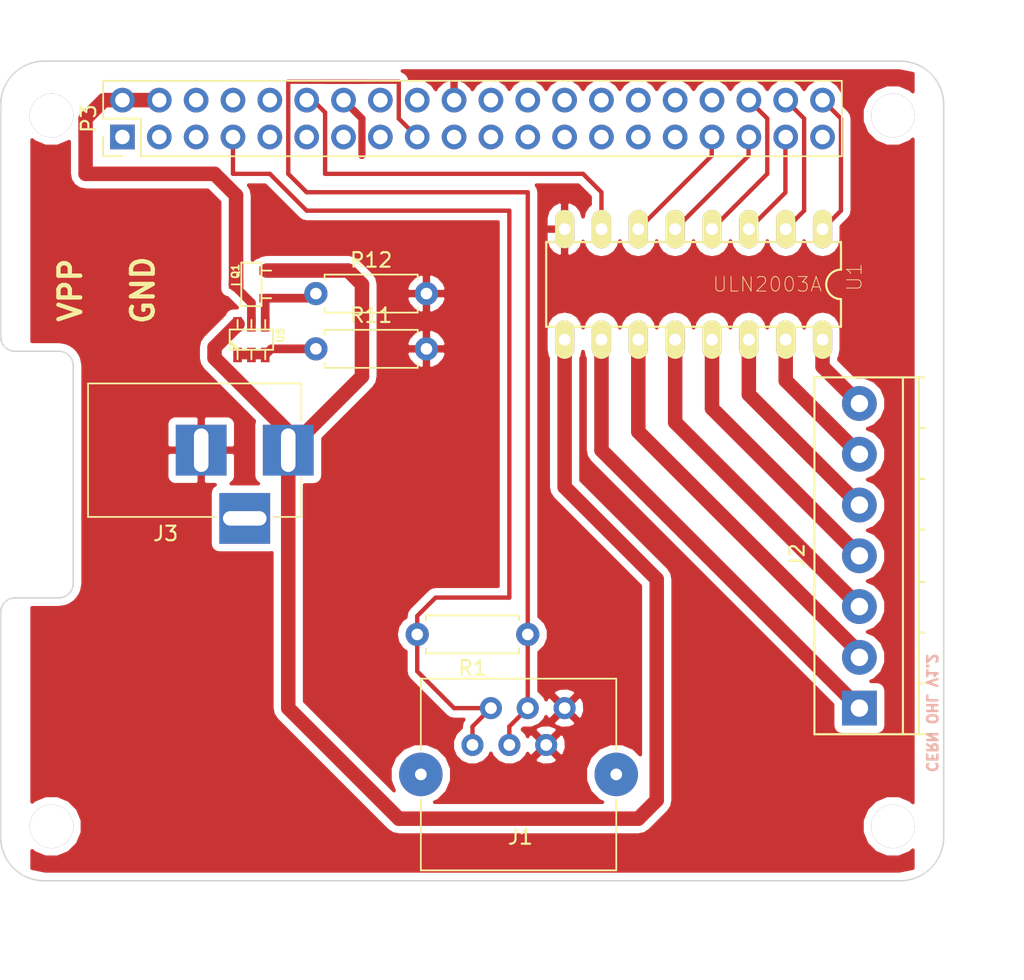
<source format=kicad_pcb>
(kicad_pcb (version 4) (host pcbnew 4.0.7-e2-6376~58~ubuntu16.04.1)

  (general
    (links 37)
    (no_connects 0)
    (area 104.869999 71.019999 169.970001 127.620001)
    (thickness 1.6)
    (drawings 21)
    (tracks 100)
    (zones 0)
    (modules 14)
    (nets 53)
  )

  (page A4)
  (title_block
    (title "Raspberry Pi Hat Template")
    (date 2015-12-24)
    (rev 0.1)
    (company OpenFet)
    (comment 1 "Author: Julien")
    (comment 2 "License: CERN OHL V1.2")
  )

  (layers
    (0 F.Cu signal)
    (31 B.Cu signal)
    (32 B.Adhes user)
    (33 F.Adhes user)
    (34 B.Paste user)
    (35 F.Paste user)
    (36 B.SilkS user)
    (37 F.SilkS user)
    (38 B.Mask user)
    (39 F.Mask user)
    (40 Dwgs.User user)
    (41 Cmts.User user)
    (42 Eco1.User user)
    (43 Eco2.User user)
    (44 Edge.Cuts user)
    (45 Margin user)
    (46 B.CrtYd user)
    (47 F.CrtYd user)
    (48 B.Fab user)
    (49 F.Fab user)
  )

  (setup
    (last_trace_width 1)
    (user_trace_width 0.1)
    (user_trace_width 0.2)
    (user_trace_width 0.3)
    (user_trace_width 0.4)
    (user_trace_width 0.5)
    (user_trace_width 0.6)
    (user_trace_width 0.8)
    (user_trace_width 1)
    (trace_clearance 0.15)
    (zone_clearance 0.508)
    (zone_45_only no)
    (trace_min 0.1)
    (segment_width 0.2)
    (edge_width 0.1)
    (via_size 0.889)
    (via_drill 0.635)
    (via_min_size 0.26)
    (via_min_drill 0.16)
    (user_via 0.4 0.22)
    (user_via 1.5 0.8)
    (uvia_size 0.508)
    (uvia_drill 0.127)
    (uvias_allowed no)
    (uvia_min_size 0.508)
    (uvia_min_drill 0.127)
    (pcb_text_width 0.3)
    (pcb_text_size 1.5 1.5)
    (mod_edge_width 0.15)
    (mod_text_size 1 1)
    (mod_text_width 0.15)
    (pad_size 1.625 1.625)
    (pad_drill 0)
    (pad_to_mask_clearance 0)
    (aux_axis_origin 0 0)
    (grid_origin 211.1 101.7)
    (visible_elements 7FFFFF7F)
    (pcbplotparams
      (layerselection 0x010f0_80000001)
      (usegerberextensions false)
      (excludeedgelayer true)
      (linewidth 0.100000)
      (plotframeref false)
      (viasonmask false)
      (mode 1)
      (useauxorigin false)
      (hpglpennumber 1)
      (hpglpenspeed 20)
      (hpglpendiameter 15)
      (hpglpenoverlay 2)
      (psnegative false)
      (psa4output false)
      (plotreference true)
      (plotvalue true)
      (plotinvisibletext false)
      (padsonsilk false)
      (subtractmaskfromsilk false)
      (outputformat 1)
      (mirror false)
      (drillshape 0)
      (scaleselection 1)
      (outputdirectory /home/mangokid/Desktop/hat_gerber/))
  )

  (net 0 "")
  (net 1 GND)
  (net 2 "/Back Power Protection/5V_MCU")
  (net 3 +5V)
  (net 4 "Net-(P3-Pad27)")
  (net 5 "Net-(P3-Pad28)")
  (net 6 "Net-(Q1-Pad1)")
  (net 7 "Net-(R11-Pad1)")
  (net 8 "Net-(P3-Pad3)")
  (net 9 "Net-(P3-Pad5)")
  (net 10 "Net-(P3-Pad8)")
  (net 11 "Net-(P3-Pad10)")
  (net 12 "Net-(P3-Pad11)")
  (net 13 "Net-(P3-Pad13)")
  (net 14 "Net-(P3-Pad15)")
  (net 15 "Net-(P3-Pad16)")
  (net 16 "Net-(P3-Pad18)")
  (net 17 "Net-(P3-Pad19)")
  (net 18 "Net-(P3-Pad21)")
  (net 19 "Net-(P3-Pad22)")
  (net 20 "Net-(P3-Pad23)")
  (net 21 "Net-(P3-Pad24)")
  (net 22 "Net-(P3-Pad26)")
  (net 23 /+3.3V)
  (net 24 "Net-(J1-Pad8)")
  (net 25 "Net-(J1-Pad7)")
  (net 26 "Net-(P3-Pad29)")
  (net 27 "Net-(P3-Pad31)")
  (net 28 "Net-(P3-Pad32)")
  (net 29 /TEMP_GPIO_4)
  (net 30 /PUMP1_GPIO_18_PWM)
  (net 31 /PUMP2_GPIO_19)
  (net 32 /FAN_GPIO_16)
  (net 33 /GPIO_26)
  (net 34 /GPIO_20)
  (net 35 /GPIO_21)
  (net 36 /HEAT_GPIO_13_PWM)
  (net 37 "Net-(J2-Pad2)")
  (net 38 "Net-(J2-Pad1)")
  (net 39 "Net-(J2-Pad3)")
  (net 40 "Net-(J2-Pad4)")
  (net 41 "Net-(J2-Pad5)")
  (net 42 "Net-(J2-Pad6)")
  (net 43 "Net-(J2-Pad7)")
  (net 44 "Net-(P3-Pad1)")
  (net 45 "Net-(J3-Pad3)")
  (net 46 "Net-(P3-Pad14)")
  (net 47 "Net-(P3-Pad25)")
  (net 48 "Net-(P3-Pad34)")
  (net 49 "Net-(P3-Pad6)")
  (net 50 "Net-(P3-Pad9)")
  (net 51 "Net-(P3-Pad30)")
  (net 52 "Net-(P3-Pad39)")

  (net_class Default "This is the default net class."
    (clearance 0.15)
    (trace_width 0.2)
    (via_dia 0.889)
    (via_drill 0.635)
    (uvia_dia 0.508)
    (uvia_drill 0.127)
    (add_net +5V)
    (add_net /+3.3V)
    (add_net "/Back Power Protection/5V_MCU")
    (add_net /FAN_GPIO_16)
    (add_net /GPIO_20)
    (add_net /GPIO_21)
    (add_net /GPIO_26)
    (add_net /HEAT_GPIO_13_PWM)
    (add_net /PUMP1_GPIO_18_PWM)
    (add_net /PUMP2_GPIO_19)
    (add_net /TEMP_GPIO_4)
    (add_net GND)
    (add_net "Net-(J1-Pad7)")
    (add_net "Net-(J1-Pad8)")
    (add_net "Net-(J2-Pad1)")
    (add_net "Net-(J2-Pad2)")
    (add_net "Net-(J2-Pad3)")
    (add_net "Net-(J2-Pad4)")
    (add_net "Net-(J2-Pad5)")
    (add_net "Net-(J2-Pad6)")
    (add_net "Net-(J2-Pad7)")
    (add_net "Net-(J3-Pad3)")
    (add_net "Net-(P3-Pad1)")
    (add_net "Net-(P3-Pad10)")
    (add_net "Net-(P3-Pad11)")
    (add_net "Net-(P3-Pad13)")
    (add_net "Net-(P3-Pad14)")
    (add_net "Net-(P3-Pad15)")
    (add_net "Net-(P3-Pad16)")
    (add_net "Net-(P3-Pad18)")
    (add_net "Net-(P3-Pad19)")
    (add_net "Net-(P3-Pad21)")
    (add_net "Net-(P3-Pad22)")
    (add_net "Net-(P3-Pad23)")
    (add_net "Net-(P3-Pad24)")
    (add_net "Net-(P3-Pad25)")
    (add_net "Net-(P3-Pad26)")
    (add_net "Net-(P3-Pad27)")
    (add_net "Net-(P3-Pad28)")
    (add_net "Net-(P3-Pad29)")
    (add_net "Net-(P3-Pad3)")
    (add_net "Net-(P3-Pad30)")
    (add_net "Net-(P3-Pad31)")
    (add_net "Net-(P3-Pad32)")
    (add_net "Net-(P3-Pad34)")
    (add_net "Net-(P3-Pad39)")
    (add_net "Net-(P3-Pad5)")
    (add_net "Net-(P3-Pad6)")
    (add_net "Net-(P3-Pad8)")
    (add_net "Net-(P3-Pad9)")
    (add_net "Net-(Q1-Pad1)")
    (add_net "Net-(R11-Pad1)")
  )

  (module Pin_Headers:Pin_Header_Straight_2x20_Pitch2.54mm (layer F.Cu) (tedit 5B5DD651) (tstamp 5B5D7A5E)
    (at 113.31 76.3 90)
    (descr "Through hole straight pin header, 2x20, 2.54mm pitch, double rows")
    (tags "Through hole pin header THT 2x20 2.54mm double row")
    (path /54E92361)
    (fp_text reference P3 (at 1.27 -2.33 90) (layer F.SilkS)
      (effects (font (size 1 1) (thickness 0.15)))
    )
    (fp_text value Raspberry_Pi_+_Conn (at 1.27 50.59 90) (layer F.Fab)
      (effects (font (size 1 1) (thickness 0.15)))
    )
    (fp_line (start 0 -1.27) (end 3.81 -1.27) (layer F.Fab) (width 0.1))
    (fp_line (start 3.81 -1.27) (end 3.81 49.53) (layer F.Fab) (width 0.1))
    (fp_line (start 3.81 49.53) (end -1.27 49.53) (layer F.Fab) (width 0.1))
    (fp_line (start -1.27 49.53) (end -1.27 0) (layer F.Fab) (width 0.1))
    (fp_line (start -1.27 0) (end 0 -1.27) (layer F.Fab) (width 0.1))
    (fp_line (start -1.33 49.59) (end 3.87 49.59) (layer F.SilkS) (width 0.12))
    (fp_line (start -1.33 1.27) (end -1.33 49.59) (layer F.SilkS) (width 0.12))
    (fp_line (start 3.87 -1.33) (end 3.87 49.59) (layer F.SilkS) (width 0.12))
    (fp_line (start -1.33 1.27) (end 1.27 1.27) (layer F.SilkS) (width 0.12))
    (fp_line (start 1.27 1.27) (end 1.27 -1.33) (layer F.SilkS) (width 0.12))
    (fp_line (start 1.27 -1.33) (end 3.87 -1.33) (layer F.SilkS) (width 0.12))
    (fp_line (start -1.33 0) (end -1.33 -1.33) (layer F.SilkS) (width 0.12))
    (fp_line (start -1.33 -1.33) (end 0 -1.33) (layer F.SilkS) (width 0.12))
    (fp_line (start -1.8 -1.8) (end -1.8 50.05) (layer F.CrtYd) (width 0.05))
    (fp_line (start -1.8 50.05) (end 4.35 50.05) (layer F.CrtYd) (width 0.05))
    (fp_line (start 4.35 50.05) (end 4.35 -1.8) (layer F.CrtYd) (width 0.05))
    (fp_line (start 4.35 -1.8) (end -1.8 -1.8) (layer F.CrtYd) (width 0.05))
    (fp_text user %R (at 1.27 24.13 180) (layer F.Fab)
      (effects (font (size 1 1) (thickness 0.15)))
    )
    (pad 1 thru_hole rect (at 0 0 90) (size 1.7 1.7) (drill 1) (layers *.Cu *.Mask)
      (net 44 "Net-(P3-Pad1)"))
    (pad 2 thru_hole oval (at 2.54 0 90) (size 1.7 1.7) (drill 1) (layers *.Cu *.Mask)
      (net 2 "/Back Power Protection/5V_MCU"))
    (pad 3 thru_hole oval (at 0 2.54 90) (size 1.7 1.7) (drill 1) (layers *.Cu *.Mask)
      (net 8 "Net-(P3-Pad3)"))
    (pad 4 thru_hole oval (at 2.54 2.54 90) (size 1.7 1.7) (drill 1) (layers *.Cu *.Mask)
      (net 2 "/Back Power Protection/5V_MCU"))
    (pad 5 thru_hole oval (at 0 5.08 90) (size 1.7 1.7) (drill 1) (layers *.Cu *.Mask)
      (net 9 "Net-(P3-Pad5)"))
    (pad 6 thru_hole oval (at 2.54 5.08 90) (size 1.7 1.7) (drill 1) (layers *.Cu *.Mask)
      (net 49 "Net-(P3-Pad6)"))
    (pad 7 thru_hole oval (at 0 7.62 90) (size 1.7 1.7) (drill 1) (layers *.Cu *.Mask)
      (net 29 /TEMP_GPIO_4))
    (pad 8 thru_hole oval (at 2.54 7.62 90) (size 1.7 1.7) (drill 1) (layers *.Cu *.Mask)
      (net 10 "Net-(P3-Pad8)"))
    (pad 9 thru_hole oval (at 0 10.16 90) (size 1.7 1.7) (drill 1) (layers *.Cu *.Mask)
      (net 50 "Net-(P3-Pad9)"))
    (pad 10 thru_hole oval (at 2.54 10.16 90) (size 1.7 1.7) (drill 1) (layers *.Cu *.Mask)
      (net 11 "Net-(P3-Pad10)"))
    (pad 11 thru_hole oval (at 0 12.7 90) (size 1.7 1.7) (drill 1) (layers *.Cu *.Mask)
      (net 12 "Net-(P3-Pad11)"))
    (pad 12 thru_hole oval (at 2.54 12.7 90) (size 1.7 1.7) (drill 1) (layers *.Cu *.Mask)
      (net 36 /HEAT_GPIO_13_PWM))
    (pad 13 thru_hole oval (at 0 15.24 90) (size 1.7 1.7) (drill 1) (layers *.Cu *.Mask)
      (net 13 "Net-(P3-Pad13)"))
    (pad 14 thru_hole oval (at 2.54 15.24 90) (size 1.7 1.7) (drill 1) (layers *.Cu *.Mask)
      (net 46 "Net-(P3-Pad14)"))
    (pad 15 thru_hole oval (at 0 17.78 90) (size 1.7 1.7) (drill 1) (layers *.Cu *.Mask)
      (net 14 "Net-(P3-Pad15)"))
    (pad 16 thru_hole oval (at 2.54 17.78 90) (size 1.7 1.7) (drill 1) (layers *.Cu *.Mask)
      (net 15 "Net-(P3-Pad16)"))
    (pad 17 thru_hole oval (at 0 20.32 90) (size 1.7 1.7) (drill 1) (layers *.Cu *.Mask)
      (net 23 /+3.3V))
    (pad 18 thru_hole oval (at 2.54 20.32 90) (size 1.7 1.7) (drill 1) (layers *.Cu *.Mask)
      (net 16 "Net-(P3-Pad18)"))
    (pad 19 thru_hole oval (at 0 22.86 90) (size 1.7 1.7) (drill 1) (layers *.Cu *.Mask)
      (net 17 "Net-(P3-Pad19)"))
    (pad 20 thru_hole oval (at 2.54 22.86 90) (size 1.7 1.7) (drill 1) (layers *.Cu *.Mask)
      (net 1 GND))
    (pad 21 thru_hole oval (at 0 25.4 90) (size 1.7 1.7) (drill 1) (layers *.Cu *.Mask)
      (net 18 "Net-(P3-Pad21)"))
    (pad 22 thru_hole oval (at 2.54 25.4 90) (size 1.7 1.7) (drill 1) (layers *.Cu *.Mask)
      (net 19 "Net-(P3-Pad22)"))
    (pad 23 thru_hole oval (at 0 27.94 90) (size 1.7 1.7) (drill 1) (layers *.Cu *.Mask)
      (net 20 "Net-(P3-Pad23)"))
    (pad 24 thru_hole oval (at 2.54 27.94 90) (size 1.7 1.7) (drill 1) (layers *.Cu *.Mask)
      (net 21 "Net-(P3-Pad24)"))
    (pad 25 thru_hole oval (at 0 30.48 90) (size 1.7 1.7) (drill 1) (layers *.Cu *.Mask)
      (net 47 "Net-(P3-Pad25)"))
    (pad 26 thru_hole oval (at 2.54 30.48 90) (size 1.7 1.7) (drill 1) (layers *.Cu *.Mask)
      (net 22 "Net-(P3-Pad26)"))
    (pad 27 thru_hole oval (at 0 33.02 90) (size 1.7 1.7) (drill 1) (layers *.Cu *.Mask)
      (net 4 "Net-(P3-Pad27)"))
    (pad 28 thru_hole oval (at 2.54 33.02 90) (size 1.7 1.7) (drill 1) (layers *.Cu *.Mask)
      (net 5 "Net-(P3-Pad28)"))
    (pad 29 thru_hole oval (at 0 35.56 90) (size 1.7 1.7) (drill 1) (layers *.Cu *.Mask)
      (net 26 "Net-(P3-Pad29)"))
    (pad 30 thru_hole oval (at 2.54 35.56 90) (size 1.7 1.7) (drill 1) (layers *.Cu *.Mask)
      (net 51 "Net-(P3-Pad30)"))
    (pad 31 thru_hole oval (at 0 38.1 90) (size 1.7 1.7) (drill 1) (layers *.Cu *.Mask)
      (net 27 "Net-(P3-Pad31)"))
    (pad 32 thru_hole oval (at 2.54 38.1 90) (size 1.7 1.7) (drill 1) (layers *.Cu *.Mask)
      (net 28 "Net-(P3-Pad32)"))
    (pad 33 thru_hole oval (at 0 40.64 90) (size 1.7 1.7) (drill 1) (layers *.Cu *.Mask)
      (net 30 /PUMP1_GPIO_18_PWM))
    (pad 34 thru_hole oval (at 2.54 40.64 90) (size 1.7 1.7) (drill 1) (layers *.Cu *.Mask)
      (net 48 "Net-(P3-Pad34)"))
    (pad 35 thru_hole oval (at 0 43.18 90) (size 1.7 1.7) (drill 1) (layers *.Cu *.Mask)
      (net 31 /PUMP2_GPIO_19))
    (pad 36 thru_hole oval (at 2.54 43.18 90) (size 1.7 1.7) (drill 1) (layers *.Cu *.Mask)
      (net 32 /FAN_GPIO_16))
    (pad 37 thru_hole oval (at 0 45.72 90) (size 1.7 1.7) (drill 1) (layers *.Cu *.Mask)
      (net 33 /GPIO_26))
    (pad 38 thru_hole oval (at 2.54 45.72 90) (size 1.7 1.7) (drill 1) (layers *.Cu *.Mask)
      (net 34 /GPIO_20))
    (pad 39 thru_hole oval (at 0 48.26 90) (size 1.7 1.7) (drill 1) (layers *.Cu *.Mask)
      (net 52 "Net-(P3-Pad39)"))
    (pad 40 thru_hole oval (at 2.54 48.26 90) (size 1.7 1.7) (drill 1) (layers *.Cu *.Mask)
      (net 35 /GPIO_21))
    (model ${KISYS3DMOD}/Pin_Headers.3dshapes/Pin_Header_Straight_2x20_Pitch2.54mm.wrl
      (at (xyz 0 0 0))
      (scale (xyz 1 1 1))
      (rotate (xyz 0 0 0))
    )
  )

  (module ULN2003:DIP18 (layer F.Cu) (tedit 5B5C49DF) (tstamp 5B58931C)
    (at 151.41 86.46 180)
    (path /5B58B500)
    (fp_text reference U1 (at -12.3536 0.50943 270) (layer F.SilkS)
      (effects (font (size 1.0028 1.0028) (thickness 0.05)))
    )
    (fp_text value ULN2003A (at -6.35723 0.000001 180) (layer F.SilkS)
      (effects (font (size 1.00114 1.00114) (thickness 0.05)))
    )
    (fp_line (start 8.89 -2.921) (end -11.43 -2.921) (layer F.SilkS) (width 0.1524))
    (fp_line (start -11.43 2.921) (end 8.89 2.921) (layer F.SilkS) (width 0.1524))
    (fp_line (start 8.89 -2.921) (end 8.89 2.921) (layer F.SilkS) (width 0.1524))
    (fp_line (start -11.43 -2.921) (end -11.43 -1.016) (layer F.SilkS) (width 0.1524))
    (fp_line (start -11.43 2.921) (end -11.43 1.016) (layer F.SilkS) (width 0.1524))
    (fp_arc (start -11.43 0) (end -11.43 1.016) (angle -180) (layer F.SilkS) (width 0.1524))
    (pad 1 thru_hole oval (at -10.16 3.81 270) (size 2.6416 1.3208) (drill 0.8128) (layers *.Cu *.Mask F.SilkS)
      (net 35 /GPIO_21))
    (pad 2 thru_hole oval (at -7.62 3.81 270) (size 2.6416 1.3208) (drill 0.8128) (layers *.Cu *.Mask F.SilkS)
      (net 34 /GPIO_20))
    (pad 7 thru_hole oval (at 5.08 3.81 270) (size 2.6416 1.3208) (drill 0.8128) (layers *.Cu *.Mask F.SilkS)
      (net 36 /HEAT_GPIO_13_PWM))
    (pad 8 thru_hole oval (at 7.62 3.81 270) (size 2.6416 1.3208) (drill 0.8128) (layers *.Cu *.Mask F.SilkS)
      (net 1 GND))
    (pad 3 thru_hole oval (at -5.08 3.81 270) (size 2.6416 1.3208) (drill 0.8128) (layers *.Cu *.Mask F.SilkS)
      (net 33 /GPIO_26))
    (pad 4 thru_hole oval (at -2.54 3.81 270) (size 2.6416 1.3208) (drill 0.8128) (layers *.Cu *.Mask F.SilkS)
      (net 32 /FAN_GPIO_16))
    (pad 6 thru_hole oval (at 2.54 3.81 270) (size 2.6416 1.3208) (drill 0.8128) (layers *.Cu *.Mask F.SilkS)
      (net 30 /PUMP1_GPIO_18_PWM))
    (pad 5 thru_hole oval (at 0 3.81 270) (size 2.6416 1.3208) (drill 0.8128) (layers *.Cu *.Mask F.SilkS)
      (net 31 /PUMP2_GPIO_19))
    (pad 9 thru_hole oval (at 7.62 -3.81 270) (size 2.6416 1.3208) (drill 0.8128) (layers *.Cu *.Mask F.SilkS)
      (net 3 +5V))
    (pad 10 thru_hole oval (at 5.08 -3.81 270) (size 2.6416 1.3208) (drill 0.8128) (layers *.Cu *.Mask F.SilkS)
      (net 38 "Net-(J2-Pad1)"))
    (pad 11 thru_hole oval (at 2.54 -3.81 270) (size 2.6416 1.3208) (drill 0.8128) (layers *.Cu *.Mask F.SilkS)
      (net 37 "Net-(J2-Pad2)"))
    (pad 12 thru_hole oval (at 0 -3.81 270) (size 2.6416 1.3208) (drill 0.8128) (layers *.Cu *.Mask F.SilkS)
      (net 39 "Net-(J2-Pad3)"))
    (pad 13 thru_hole oval (at -2.54 -3.81 270) (size 2.6416 1.3208) (drill 0.8128) (layers *.Cu *.Mask F.SilkS)
      (net 40 "Net-(J2-Pad4)"))
    (pad 14 thru_hole oval (at -5.08 -3.81 270) (size 2.6416 1.3208) (drill 0.8128) (layers *.Cu *.Mask F.SilkS)
      (net 41 "Net-(J2-Pad5)"))
    (pad 15 thru_hole oval (at -7.62 -3.81 270) (size 2.6416 1.3208) (drill 0.8128) (layers *.Cu *.Mask F.SilkS)
      (net 42 "Net-(J2-Pad6)"))
    (pad 16 thru_hole oval (at -10.16 -3.81 270) (size 2.6416 1.3208) (drill 0.8128) (layers *.Cu *.Mask F.SilkS)
      (net 43 "Net-(J2-Pad7)"))
  )

  (module Mounting_Holes:MountingHole_3mm locked (layer F.Cu) (tedit 5509CE9A) (tstamp 5509D3BE)
    (at 166.42 74.82)
    (descr "Mounting hole, Befestigungsbohrung, 3mm, No Annular, Kein Restring,")
    (tags "Mounting hole, Befestigungsbohrung, 3mm, No Annular, Kein Restring,")
    (fp_text reference REF** (at 0 -4.0005) (layer F.SilkS) hide
      (effects (font (size 0.5 0.5) (thickness 0.125)))
    )
    (fp_text value MountingHole_3mm (at 1.00076 5.00126) (layer F.Fab) hide
      (effects (font (size 0.5 0.5) (thickness 0.125)))
    )
    (fp_circle (center 0 0) (end 2.99974 0) (layer Cmts.User) (width 0.381))
    (pad 1 thru_hole circle (at 0 0) (size 2.99974 2.99974) (drill 2.99974) (layers))
  )

  (module Mounting_Holes:MountingHole_3mm locked (layer F.Cu) (tedit 5509CEA9) (tstamp 5509D3C4)
    (at 166.42 123.82)
    (descr "Mounting hole, Befestigungsbohrung, 3mm, No Annular, Kein Restring,")
    (tags "Mounting hole, Befestigungsbohrung, 3mm, No Annular, Kein Restring,")
    (fp_text reference REF** (at 0 -4.0005) (layer F.SilkS) hide
      (effects (font (size 0.5 0.5) (thickness 0.125)))
    )
    (fp_text value MountingHole_3mm (at 1.00076 5.00126) (layer F.Fab) hide
      (effects (font (size 0.5 0.5) (thickness 0.125)))
    )
    (fp_circle (center 0 0) (end 2.99974 0) (layer Cmts.User) (width 0.381))
    (pad 1 thru_hole circle (at 0 0) (size 2.99974 2.99974) (drill 2.99974) (layers))
  )

  (module Mounting_Holes:MountingHole_3mm locked (layer F.Cu) (tedit 5509CEA3) (tstamp 5509D3C2)
    (at 108.42 123.82)
    (descr "Mounting hole, Befestigungsbohrung, 3mm, No Annular, Kein Restring,")
    (tags "Mounting hole, Befestigungsbohrung, 3mm, No Annular, Kein Restring,")
    (fp_text reference REF** (at 0 -4.0005) (layer F.SilkS) hide
      (effects (font (size 0.5 0.5) (thickness 0.125)))
    )
    (fp_text value MountingHole_3mm (at 1.00076 5.00126) (layer F.Fab) hide
      (effects (font (size 0.5 0.5) (thickness 0.125)))
    )
    (fp_circle (center 0 0) (end 2.99974 0) (layer Cmts.User) (width 0.381))
    (pad 1 thru_hole circle (at 0 0) (size 2.99974 2.99974) (drill 2.99974) (layers))
  )

  (module Mounting_Holes:MountingHole_3mm locked (layer F.Cu) (tedit 5509CE9D) (tstamp 5509D3C0)
    (at 108.42 74.82)
    (descr "Mounting hole, Befestigungsbohrung, 3mm, No Annular, Kein Restring,")
    (tags "Mounting hole, Befestigungsbohrung, 3mm, No Annular, Kein Restring,")
    (fp_text reference REF** (at 0 -4.0005) (layer F.SilkS) hide
      (effects (font (size 0.5 0.5) (thickness 0.125)))
    )
    (fp_text value MountingHole_3mm (at 1.00076 5.00126) (layer F.Fab) hide
      (effects (font (size 0.5 0.5) (thickness 0.125)))
    )
    (fp_circle (center 0 0) (end 2.99974 0) (layer Cmts.User) (width 0.381))
    (pad 1 thru_hole circle (at 0 0) (size 2.99974 2.99974) (drill 2.99974) (layers))
  )

  (module w_smd_trans:sot23 (layer F.Cu) (tedit 0) (tstamp 567BABE4)
    (at 122.2 86.46 90)
    (descr SOT23)
    (path /54F145DC/54F14605)
    (fp_text reference Q1 (at 0.9 -1.1 90) (layer F.SilkS)
      (effects (font (size 0.5 0.5) (thickness 0.125)))
    )
    (fp_text value BSS138 (at 0 0.3302 90) (layer F.SilkS) hide
      (effects (font (size 0.5 0.5) (thickness 0.125)))
    )
    (fp_line (start 0.9525 0.6985) (end 0.9525 1.3589) (layer F.SilkS) (width 0.127))
    (fp_line (start -0.9525 0.6985) (end -0.9525 1.3589) (layer F.SilkS) (width 0.127))
    (fp_line (start 0 -0.6985) (end 0 -1.3589) (layer F.SilkS) (width 0.127))
    (fp_line (start -1.4986 -0.6985) (end 1.4986 -0.6985) (layer F.SilkS) (width 0.127))
    (fp_line (start 1.4986 -0.6985) (end 1.4986 0.6985) (layer F.SilkS) (width 0.127))
    (fp_line (start 1.4986 0.6985) (end -1.4986 0.6985) (layer F.SilkS) (width 0.127))
    (fp_line (start -1.4986 0.6985) (end -1.4986 -0.6985) (layer F.SilkS) (width 0.127))
    (pad 1 smd rect (at -0.9525 1.05664 90) (size 0.59944 1.00076) (layers F.Cu F.Paste F.Mask)
      (net 6 "Net-(Q1-Pad1)"))
    (pad 2 smd rect (at 0 -1.05664 90) (size 0.59944 1.00076) (layers F.Cu F.Paste F.Mask)
      (net 2 "/Back Power Protection/5V_MCU"))
    (pad 3 smd rect (at 0.9525 1.05664 90) (size 0.59944 1.00076) (layers F.Cu F.Paste F.Mask)
      (net 3 +5V))
    (model walter/smd_trans/sot23.wrl
      (at (xyz 0 0 0))
      (scale (xyz 1 1 1))
      (rotate (xyz 0 0 0))
    )
  )

  (module w_smd_trans:sot23-6 (layer F.Cu) (tedit 0) (tstamp 567BACE4)
    (at 122.2 90.27)
    (descr SOT23-6)
    (path /54F145DC/54F1CFA3)
    (fp_text reference U5 (at 2 -0.3 90) (layer F.SilkS)
      (effects (font (size 0.5 0.5) (thickness 0.125)))
    )
    (fp_text value DMMT5401 (at 0 0) (layer F.SilkS) hide
      (effects (font (size 0.5 0.5) (thickness 0.125)))
    )
    (fp_line (start -0.8509 0.6985) (end -1.4986 0.0508) (layer F.SilkS) (width 0.127))
    (fp_line (start -1.0033 0.6985) (end -1.4986 0.2032) (layer F.SilkS) (width 0.127))
    (fp_line (start 0 -0.6985) (end 0 -1.3589) (layer F.SilkS) (width 0.127))
    (fp_line (start 0.9525 -0.6985) (end 0.9525 -1.3589) (layer F.SilkS) (width 0.127))
    (fp_line (start -0.9525 -0.6985) (end -0.9525 -1.3589) (layer F.SilkS) (width 0.127))
    (fp_line (start 0 0.6985) (end 0 1.3589) (layer F.SilkS) (width 0.127))
    (fp_line (start 0.9525 0.6985) (end 0.9525 1.3589) (layer F.SilkS) (width 0.127))
    (fp_line (start -0.9525 0.6985) (end -0.9525 1.3589) (layer F.SilkS) (width 0.127))
    (fp_line (start -1.4986 -0.6985) (end 1.4986 -0.6985) (layer F.SilkS) (width 0.127))
    (fp_line (start 1.4986 -0.6985) (end 1.4986 0.6985) (layer F.SilkS) (width 0.127))
    (fp_line (start 1.4986 0.6985) (end -1.4986 0.6985) (layer F.SilkS) (width 0.127))
    (fp_line (start -1.4986 0.6985) (end -1.4986 -0.6985) (layer F.SilkS) (width 0.127))
    (pad 1 smd rect (at -0.9525 1.05664) (size 0.59944 1.00076) (layers F.Cu F.Paste F.Mask)
      (net 7 "Net-(R11-Pad1)"))
    (pad 3 smd rect (at 0.9525 1.05664) (size 0.59944 1.00076) (layers F.Cu F.Paste F.Mask)
      (net 7 "Net-(R11-Pad1)"))
    (pad 2 smd rect (at 0 1.05664) (size 0.59944 1.00076) (layers F.Cu F.Paste F.Mask)
      (net 7 "Net-(R11-Pad1)"))
    (pad 4 smd rect (at 0.9525 -1.05664) (size 0.59944 1.00076) (layers F.Cu F.Paste F.Mask)
      (net 6 "Net-(Q1-Pad1)"))
    (pad 6 smd rect (at -0.9525 -1.05664) (size 0.59944 1.00076) (layers F.Cu F.Paste F.Mask)
      (net 3 +5V))
    (pad 5 smd rect (at 0 -1.05664) (size 0.59944 1.00076) (layers F.Cu F.Paste F.Mask)
      (net 2 "/Back Power Protection/5V_MCU"))
    (model walter/smd_trans/sot23-6.wrl
      (at (xyz 0 0 0))
      (scale (xyz 1 1 1))
      (rotate (xyz 0 0 0))
    )
  )

  (module Connectors:RJ12_E (layer F.Cu) (tedit 0) (tstamp 5B589300)
    (at 137.44 118.21)
    (path /5B58ABAB)
    (fp_text reference J1 (at 3.3 6.35) (layer F.SilkS)
      (effects (font (size 1 1) (thickness 0.15)))
    )
    (fp_text value RJ12 (at 3.3 3.81) (layer F.Fab)
      (effects (font (size 1 1) (thickness 0.15)))
    )
    (fp_line (start -3.56 -4.57) (end -3.56 0.31) (layer F.SilkS) (width 0.12))
    (fp_line (start 9.91 -4.57) (end 9.91 0.31) (layer F.SilkS) (width 0.12))
    (fp_line (start -3.56 8.64) (end 9.91 8.64) (layer F.SilkS) (width 0.12))
    (fp_line (start 9.14 -4.57) (end 9.91 -4.57) (layer F.SilkS) (width 0.12))
    (fp_line (start -3.56 -4.57) (end 9.14 -4.57) (layer F.SilkS) (width 0.12))
    (fp_line (start -3.56 3.76) (end -3.56 8.64) (layer F.SilkS) (width 0.12))
    (fp_line (start 9.91 3.76) (end 9.91 8.64) (layer F.SilkS) (width 0.12))
    (fp_line (start -5.31 -4.82) (end 11.66 -4.82) (layer F.CrtYd) (width 0.05))
    (fp_line (start -5.31 -4.82) (end -5.31 8.89) (layer F.CrtYd) (width 0.05))
    (fp_line (start 11.66 8.89) (end 11.66 -4.82) (layer F.CrtYd) (width 0.05))
    (fp_line (start 11.66 8.89) (end -5.31 8.89) (layer F.CrtYd) (width 0.05))
    (pad 4 thru_hole circle (at 3.81 -2.54) (size 1.52 1.52) (drill 0.81) (layers *.Cu *.Mask)
      (net 23 /+3.3V))
    (pad 2 thru_hole circle (at 1.27 -2.54) (size 1.52 1.52) (drill 0.81) (layers *.Cu *.Mask)
      (net 29 /TEMP_GPIO_4))
    (pad 6 thru_hole circle (at 6.35 -2.54) (size 1.52 1.52) (drill 0.81) (layers *.Cu *.Mask)
      (net 1 GND))
    (pad 1 thru_hole circle (at 0 0) (size 1.52 1.52) (drill 0.81) (layers *.Cu *.Mask)
      (net 29 /TEMP_GPIO_4))
    (pad 3 thru_hole circle (at 2.54 0) (size 1.52 1.52) (drill 0.81) (layers *.Cu *.Mask)
      (net 23 /+3.3V))
    (pad 5 thru_hole circle (at 5.08 0) (size 1.52 1.52) (drill 0.81) (layers *.Cu *.Mask)
      (net 1 GND))
    (pad 8 thru_hole circle (at 9.91 2.03) (size 3 3) (drill 0.81) (layers *.Cu *.Mask)
      (net 24 "Net-(J1-Pad8)"))
    (pad 7 thru_hole circle (at -3.56 2.03) (size 3 3) (drill 0.81) (layers *.Cu *.Mask)
      (net 25 "Net-(J1-Pad7)"))
  )

  (module Resistors_THT:R_Axial_DIN0207_L6.3mm_D2.5mm_P7.62mm_Horizontal (layer F.Cu) (tedit 5874F706) (tstamp 5B589306)
    (at 141.25 110.59 180)
    (descr "Resistor, Axial_DIN0207 series, Axial, Horizontal, pin pitch=7.62mm, 0.25W = 1/4W, length*diameter=6.3*2.5mm^2, http://cdn-reichelt.de/documents/datenblatt/B400/1_4W%23YAG.pdf")
    (tags "Resistor Axial_DIN0207 series Axial Horizontal pin pitch 7.62mm 0.25W = 1/4W length 6.3mm diameter 2.5mm")
    (path /5B58AE39)
    (fp_text reference R1 (at 3.81 -2.31 180) (layer F.SilkS)
      (effects (font (size 1 1) (thickness 0.15)))
    )
    (fp_text value 4.7k (at 3.81 2.31 180) (layer F.Fab)
      (effects (font (size 1 1) (thickness 0.15)))
    )
    (fp_line (start 0.66 -1.25) (end 0.66 1.25) (layer F.Fab) (width 0.1))
    (fp_line (start 0.66 1.25) (end 6.96 1.25) (layer F.Fab) (width 0.1))
    (fp_line (start 6.96 1.25) (end 6.96 -1.25) (layer F.Fab) (width 0.1))
    (fp_line (start 6.96 -1.25) (end 0.66 -1.25) (layer F.Fab) (width 0.1))
    (fp_line (start 0 0) (end 0.66 0) (layer F.Fab) (width 0.1))
    (fp_line (start 7.62 0) (end 6.96 0) (layer F.Fab) (width 0.1))
    (fp_line (start 0.6 -0.98) (end 0.6 -1.31) (layer F.SilkS) (width 0.12))
    (fp_line (start 0.6 -1.31) (end 7.02 -1.31) (layer F.SilkS) (width 0.12))
    (fp_line (start 7.02 -1.31) (end 7.02 -0.98) (layer F.SilkS) (width 0.12))
    (fp_line (start 0.6 0.98) (end 0.6 1.31) (layer F.SilkS) (width 0.12))
    (fp_line (start 0.6 1.31) (end 7.02 1.31) (layer F.SilkS) (width 0.12))
    (fp_line (start 7.02 1.31) (end 7.02 0.98) (layer F.SilkS) (width 0.12))
    (fp_line (start -1.05 -1.6) (end -1.05 1.6) (layer F.CrtYd) (width 0.05))
    (fp_line (start -1.05 1.6) (end 8.7 1.6) (layer F.CrtYd) (width 0.05))
    (fp_line (start 8.7 1.6) (end 8.7 -1.6) (layer F.CrtYd) (width 0.05))
    (fp_line (start 8.7 -1.6) (end -1.05 -1.6) (layer F.CrtYd) (width 0.05))
    (pad 1 thru_hole circle (at 0 0 180) (size 1.6 1.6) (drill 0.8) (layers *.Cu *.Mask)
      (net 23 /+3.3V))
    (pad 2 thru_hole oval (at 7.62 0 180) (size 1.6 1.6) (drill 0.8) (layers *.Cu *.Mask)
      (net 29 /TEMP_GPIO_4))
    (model ${KISYS3DMOD}/Resistors_THT.3dshapes/R_Axial_DIN0207_L6.3mm_D2.5mm_P7.62mm_Horizontal.wrl
      (at (xyz 0 0 0))
      (scale (xyz 0.393701 0.393701 0.393701))
      (rotate (xyz 0 0 0))
    )
  )

  (module TerminalBlocks_Phoenix:TerminalBlock_Phoenix_PT-3.5mm_7pol (layer F.Cu) (tedit 59FF0756) (tstamp 5B5CB8FC)
    (at 164.11 115.67 90)
    (descr "7-way 3.5mm pitch terminal block, Phoenix PT series")
    (path /5B5CB7F3)
    (fp_text reference J2 (at 10.5 -4.3 90) (layer F.SilkS)
      (effects (font (size 1 1) (thickness 0.15)))
    )
    (fp_text value Screw_Terminal_01x07 (at 10.5 6 90) (layer F.Fab)
      (effects (font (size 1 1) (thickness 0.15)))
    )
    (fp_text user %R (at 10.5 0 90) (layer F.Fab)
      (effects (font (size 1 1) (thickness 0.15)))
    )
    (fp_line (start -2 -3.3) (end 23 -3.3) (layer F.CrtYd) (width 0.05))
    (fp_line (start -2 4.7) (end -2 -3.3) (layer F.CrtYd) (width 0.05))
    (fp_line (start 23 4.7) (end -2 4.7) (layer F.CrtYd) (width 0.05))
    (fp_line (start 23 -3.3) (end 23 4.7) (layer F.CrtYd) (width 0.05))
    (fp_line (start 15.8 4.1) (end 15.8 4.5) (layer F.SilkS) (width 0.15))
    (fp_line (start 19.3 4.1) (end 19.3 4.5) (layer F.SilkS) (width 0.15))
    (fp_line (start 12.3 4.1) (end 12.3 4.5) (layer F.SilkS) (width 0.15))
    (fp_line (start 8.7 4.1) (end 8.7 4.5) (layer F.SilkS) (width 0.15))
    (fp_line (start 1.7 4.1) (end 1.7 4.5) (layer F.SilkS) (width 0.15))
    (fp_line (start 5.2 4.1) (end 5.2 4.5) (layer F.SilkS) (width 0.15))
    (fp_line (start -1.8 3) (end 22.8 3) (layer F.SilkS) (width 0.15))
    (fp_line (start -1.8 4.1) (end 22.8 4.1) (layer F.SilkS) (width 0.15))
    (fp_line (start -1.8 -3.1) (end -1.8 4.5) (layer F.SilkS) (width 0.15))
    (fp_line (start 22.8 4.5) (end 22.8 -3.1) (layer F.SilkS) (width 0.15))
    (fp_line (start 22.8 -3.1) (end -1.8 -3.1) (layer F.SilkS) (width 0.15))
    (pad 2 thru_hole circle (at 3.5 0 90) (size 2.4 2.4) (drill 1.2) (layers *.Cu *.Mask)
      (net 37 "Net-(J2-Pad2)"))
    (pad 1 thru_hole rect (at 0 0 90) (size 2.4 2.4) (drill 1.2) (layers *.Cu *.Mask)
      (net 38 "Net-(J2-Pad1)"))
    (pad 3 thru_hole circle (at 7 0 90) (size 2.4 2.4) (drill 1.2) (layers *.Cu *.Mask)
      (net 39 "Net-(J2-Pad3)"))
    (pad 4 thru_hole circle (at 10.5 0 90) (size 2.4 2.4) (drill 1.2) (layers *.Cu *.Mask)
      (net 40 "Net-(J2-Pad4)"))
    (pad 5 thru_hole circle (at 14 0 90) (size 2.4 2.4) (drill 1.2) (layers *.Cu *.Mask)
      (net 41 "Net-(J2-Pad5)"))
    (pad 6 thru_hole circle (at 17.5 0 90) (size 2.4 2.4) (drill 1.2) (layers *.Cu *.Mask)
      (net 42 "Net-(J2-Pad6)"))
    (pad 7 thru_hole circle (at 21 0 90) (size 2.4 2.4) (drill 1.2) (layers *.Cu *.Mask)
      (net 43 "Net-(J2-Pad7)"))
    (model Terminal_Blocks.3dshapes/TerminalBlock_Pheonix_PT-3.5mm_7pol.wrl
      (at (xyz 0 0 0))
      (scale (xyz 1 1 1))
      (rotate (xyz 0 0 0))
    )
  )

  (module Resistors_THT:R_Axial_DIN0207_L6.3mm_D2.5mm_P7.62mm_Horizontal (layer F.Cu) (tedit 5874F706) (tstamp 5B5D7A89)
    (at 126.645 90.905)
    (descr "Resistor, Axial_DIN0207 series, Axial, Horizontal, pin pitch=7.62mm, 0.25W = 1/4W, length*diameter=6.3*2.5mm^2, http://cdn-reichelt.de/documents/datenblatt/B400/1_4W%23YAG.pdf")
    (tags "Resistor Axial_DIN0207 series Axial Horizontal pin pitch 7.62mm 0.25W = 1/4W length 6.3mm diameter 2.5mm")
    (path /54F145DC/54F1D193)
    (fp_text reference R11 (at 3.81 -2.31) (layer F.SilkS)
      (effects (font (size 1 1) (thickness 0.15)))
    )
    (fp_text value 10k (at 3.81 2.31) (layer F.Fab)
      (effects (font (size 1 1) (thickness 0.15)))
    )
    (fp_line (start 0.66 -1.25) (end 0.66 1.25) (layer F.Fab) (width 0.1))
    (fp_line (start 0.66 1.25) (end 6.96 1.25) (layer F.Fab) (width 0.1))
    (fp_line (start 6.96 1.25) (end 6.96 -1.25) (layer F.Fab) (width 0.1))
    (fp_line (start 6.96 -1.25) (end 0.66 -1.25) (layer F.Fab) (width 0.1))
    (fp_line (start 0 0) (end 0.66 0) (layer F.Fab) (width 0.1))
    (fp_line (start 7.62 0) (end 6.96 0) (layer F.Fab) (width 0.1))
    (fp_line (start 0.6 -0.98) (end 0.6 -1.31) (layer F.SilkS) (width 0.12))
    (fp_line (start 0.6 -1.31) (end 7.02 -1.31) (layer F.SilkS) (width 0.12))
    (fp_line (start 7.02 -1.31) (end 7.02 -0.98) (layer F.SilkS) (width 0.12))
    (fp_line (start 0.6 0.98) (end 0.6 1.31) (layer F.SilkS) (width 0.12))
    (fp_line (start 0.6 1.31) (end 7.02 1.31) (layer F.SilkS) (width 0.12))
    (fp_line (start 7.02 1.31) (end 7.02 0.98) (layer F.SilkS) (width 0.12))
    (fp_line (start -1.05 -1.6) (end -1.05 1.6) (layer F.CrtYd) (width 0.05))
    (fp_line (start -1.05 1.6) (end 8.7 1.6) (layer F.CrtYd) (width 0.05))
    (fp_line (start 8.7 1.6) (end 8.7 -1.6) (layer F.CrtYd) (width 0.05))
    (fp_line (start 8.7 -1.6) (end -1.05 -1.6) (layer F.CrtYd) (width 0.05))
    (pad 1 thru_hole circle (at 0 0) (size 1.6 1.6) (drill 0.8) (layers *.Cu *.Mask)
      (net 7 "Net-(R11-Pad1)"))
    (pad 2 thru_hole oval (at 7.62 0) (size 1.6 1.6) (drill 0.8) (layers *.Cu *.Mask)
      (net 1 GND))
    (model ${KISYS3DMOD}/Resistors_THT.3dshapes/R_Axial_DIN0207_L6.3mm_D2.5mm_P7.62mm_Horizontal.wrl
      (at (xyz 0 0 0))
      (scale (xyz 0.393701 0.393701 0.393701))
      (rotate (xyz 0 0 0))
    )
  )

  (module Resistors_THT:R_Axial_DIN0207_L6.3mm_D2.5mm_P7.62mm_Horizontal (layer F.Cu) (tedit 5874F706) (tstamp 5B5D7A8E)
    (at 126.645 87.095)
    (descr "Resistor, Axial_DIN0207 series, Axial, Horizontal, pin pitch=7.62mm, 0.25W = 1/4W, length*diameter=6.3*2.5mm^2, http://cdn-reichelt.de/documents/datenblatt/B400/1_4W%23YAG.pdf")
    (tags "Resistor Axial_DIN0207 series Axial Horizontal pin pitch 7.62mm 0.25W = 1/4W length 6.3mm diameter 2.5mm")
    (path /54F145DC/54F1D101)
    (fp_text reference R12 (at 3.81 -2.31) (layer F.SilkS)
      (effects (font (size 1 1) (thickness 0.15)))
    )
    (fp_text value 47k (at 3.81 2.31) (layer F.Fab)
      (effects (font (size 1 1) (thickness 0.15)))
    )
    (fp_line (start 0.66 -1.25) (end 0.66 1.25) (layer F.Fab) (width 0.1))
    (fp_line (start 0.66 1.25) (end 6.96 1.25) (layer F.Fab) (width 0.1))
    (fp_line (start 6.96 1.25) (end 6.96 -1.25) (layer F.Fab) (width 0.1))
    (fp_line (start 6.96 -1.25) (end 0.66 -1.25) (layer F.Fab) (width 0.1))
    (fp_line (start 0 0) (end 0.66 0) (layer F.Fab) (width 0.1))
    (fp_line (start 7.62 0) (end 6.96 0) (layer F.Fab) (width 0.1))
    (fp_line (start 0.6 -0.98) (end 0.6 -1.31) (layer F.SilkS) (width 0.12))
    (fp_line (start 0.6 -1.31) (end 7.02 -1.31) (layer F.SilkS) (width 0.12))
    (fp_line (start 7.02 -1.31) (end 7.02 -0.98) (layer F.SilkS) (width 0.12))
    (fp_line (start 0.6 0.98) (end 0.6 1.31) (layer F.SilkS) (width 0.12))
    (fp_line (start 0.6 1.31) (end 7.02 1.31) (layer F.SilkS) (width 0.12))
    (fp_line (start 7.02 1.31) (end 7.02 0.98) (layer F.SilkS) (width 0.12))
    (fp_line (start -1.05 -1.6) (end -1.05 1.6) (layer F.CrtYd) (width 0.05))
    (fp_line (start -1.05 1.6) (end 8.7 1.6) (layer F.CrtYd) (width 0.05))
    (fp_line (start 8.7 1.6) (end 8.7 -1.6) (layer F.CrtYd) (width 0.05))
    (fp_line (start 8.7 -1.6) (end -1.05 -1.6) (layer F.CrtYd) (width 0.05))
    (pad 1 thru_hole circle (at 0 0) (size 1.6 1.6) (drill 0.8) (layers *.Cu *.Mask)
      (net 6 "Net-(Q1-Pad1)"))
    (pad 2 thru_hole oval (at 7.62 0) (size 1.6 1.6) (drill 0.8) (layers *.Cu *.Mask)
      (net 1 GND))
    (model ${KISYS3DMOD}/Resistors_THT.3dshapes/R_Axial_DIN0207_L6.3mm_D2.5mm_P7.62mm_Horizontal.wrl
      (at (xyz 0 0 0))
      (scale (xyz 0.393701 0.393701 0.393701))
      (rotate (xyz 0 0 0))
    )
  )

  (module Connectors:BARREL_JACK (layer F.Cu) (tedit 5861378E) (tstamp 5B5DC489)
    (at 124.74 97.89)
    (descr "DC Barrel Jack")
    (tags "Power Jack")
    (path /5B5DC4F1)
    (fp_text reference J3 (at -8.45 5.75 180) (layer F.SilkS)
      (effects (font (size 1 1) (thickness 0.15)))
    )
    (fp_text value Barrel_Jack (at -6.2 -5.5) (layer F.Fab)
      (effects (font (size 1 1) (thickness 0.15)))
    )
    (fp_line (start 1 -4.5) (end 1 -4.75) (layer F.CrtYd) (width 0.05))
    (fp_line (start 1 -4.75) (end -14 -4.75) (layer F.CrtYd) (width 0.05))
    (fp_line (start 1 -4.5) (end 1 -2) (layer F.CrtYd) (width 0.05))
    (fp_line (start 1 -2) (end 2 -2) (layer F.CrtYd) (width 0.05))
    (fp_line (start 2 -2) (end 2 2) (layer F.CrtYd) (width 0.05))
    (fp_line (start 2 2) (end 1 2) (layer F.CrtYd) (width 0.05))
    (fp_line (start 1 2) (end 1 4.75) (layer F.CrtYd) (width 0.05))
    (fp_line (start 1 4.75) (end -1 4.75) (layer F.CrtYd) (width 0.05))
    (fp_line (start -1 4.75) (end -1 6.75) (layer F.CrtYd) (width 0.05))
    (fp_line (start -1 6.75) (end -5 6.75) (layer F.CrtYd) (width 0.05))
    (fp_line (start -5 6.75) (end -5 4.75) (layer F.CrtYd) (width 0.05))
    (fp_line (start -5 4.75) (end -14 4.75) (layer F.CrtYd) (width 0.05))
    (fp_line (start -14 4.75) (end -14 -4.75) (layer F.CrtYd) (width 0.05))
    (fp_line (start -5 4.6) (end -13.8 4.6) (layer F.SilkS) (width 0.12))
    (fp_line (start -13.8 4.6) (end -13.8 -4.6) (layer F.SilkS) (width 0.12))
    (fp_line (start 0.9 1.9) (end 0.9 4.6) (layer F.SilkS) (width 0.12))
    (fp_line (start 0.9 4.6) (end -1 4.6) (layer F.SilkS) (width 0.12))
    (fp_line (start -13.8 -4.6) (end 0.9 -4.6) (layer F.SilkS) (width 0.12))
    (fp_line (start 0.9 -4.6) (end 0.9 -2) (layer F.SilkS) (width 0.12))
    (fp_line (start -10.2 -4.5) (end -10.2 4.5) (layer F.Fab) (width 0.1))
    (fp_line (start -13.7 -4.5) (end -13.7 4.5) (layer F.Fab) (width 0.1))
    (fp_line (start -13.7 4.5) (end 0.8 4.5) (layer F.Fab) (width 0.1))
    (fp_line (start 0.8 4.5) (end 0.8 -4.5) (layer F.Fab) (width 0.1))
    (fp_line (start 0.8 -4.5) (end -13.7 -4.5) (layer F.Fab) (width 0.1))
    (pad 1 thru_hole rect (at 0 0) (size 3.5 3.5) (drill oval 1 3) (layers *.Cu *.Mask)
      (net 3 +5V))
    (pad 2 thru_hole rect (at -6 0) (size 3.5 3.5) (drill oval 1 3) (layers *.Cu *.Mask)
      (net 1 GND))
    (pad 3 thru_hole rect (at -3 4.7) (size 3.5 3.5) (drill oval 3 1) (layers *.Cu *.Mask)
      (net 45 "Net-(J3-Pad3)"))
  )

  (gr_text "CERN OHL V1.2" (at 169.1 116 270) (layer B.SilkS)
    (effects (font (size 0.7 0.7) (thickness 0.175)) (justify mirror))
  )
  (gr_text GND (at 114.72 86.86 90) (layer F.SilkS)
    (effects (font (size 1.5 1.5) (thickness 0.3)))
  )
  (gr_text VPP (at 109.72 86.86 90) (layer F.SilkS)
    (effects (font (size 1.5 1.5) (thickness 0.3)))
  )
  (dimension 65 (width 0.3) (layer Dwgs.User)
    (gr_text "65.000 mm" (at 137.6 135.05) (layer Dwgs.User)
      (effects (font (size 0.5 0.5) (thickness 0.125)))
    )
    (feature1 (pts (xy 105.1 125.2) (xy 105.1 136.4)))
    (feature2 (pts (xy 170.1 125.2) (xy 170.1 136.4)))
    (crossbar (pts (xy 170.1 133.7) (xy 105.1 133.7)))
    (arrow1a (pts (xy 105.1 133.7) (xy 106.226504 133.113579)))
    (arrow1b (pts (xy 105.1 133.7) (xy 106.226504 134.286421)))
    (arrow2a (pts (xy 170.1 133.7) (xy 168.973496 133.113579)))
    (arrow2b (pts (xy 170.1 133.7) (xy 168.973496 134.286421)))
  )
  (dimension 56.5 (width 0.3) (layer Dwgs.User)
    (gr_text "56.500 mm" (at 175.45 99.45 270) (layer Dwgs.User)
      (effects (font (size 0.5 0.5) (thickness 0.125)))
    )
    (feature1 (pts (xy 167.1 127.7) (xy 176.8 127.7)))
    (feature2 (pts (xy 167.1 71.2) (xy 176.8 71.2)))
    (crossbar (pts (xy 174.1 71.2) (xy 174.1 127.7)))
    (arrow1a (pts (xy 174.1 127.7) (xy 173.513579 126.573496)))
    (arrow1b (pts (xy 174.1 127.7) (xy 174.686421 126.573496)))
    (arrow2a (pts (xy 174.1 71.2) (xy 173.513579 72.326504)))
    (arrow2b (pts (xy 174.1 71.2) (xy 174.686421 72.326504)))
  )
  (gr_line (start 104.92 109.07) (end 104.92 124.57) (angle 90) (layer Edge.Cuts) (width 0.1))
  (gr_line (start 104.92 90.07) (end 104.92 74.07) (angle 90) (layer Edge.Cuts) (width 0.1))
  (gr_line (start 108.92 108.07) (end 105.92 108.07) (angle 90) (layer Edge.Cuts) (width 0.1))
  (gr_line (start 109.92 92.07) (end 109.92 107.07) (angle 90) (layer Edge.Cuts) (width 0.1))
  (gr_line (start 105.92 91.07) (end 108.92 91.07) (angle 90) (layer Edge.Cuts) (width 0.1))
  (gr_arc (start 108.92 107.07) (end 109.92 107.07) (angle 90) (layer Edge.Cuts) (width 0.1))
  (gr_arc (start 108.92 92.07) (end 108.92 91.07) (angle 90) (layer Edge.Cuts) (width 0.1))
  (gr_arc (start 105.92 109.07) (end 104.92 109.07) (angle 90) (layer Edge.Cuts) (width 0.1))
  (gr_arc (start 105.92 90.07) (end 105.92 91.07) (angle 90) (layer Edge.Cuts) (width 0.1))
  (gr_line (start 166.92 127.57) (end 107.92 127.57) (angle 90) (layer Edge.Cuts) (width 0.1))
  (gr_line (start 169.92 74.07) (end 169.92 124.57) (angle 90) (layer Edge.Cuts) (width 0.1))
  (gr_line (start 107.92 71.07) (end 166.92 71.07) (angle 90) (layer Edge.Cuts) (width 0.1))
  (gr_arc (start 166.92 124.57) (end 169.92 124.57) (angle 90) (layer Edge.Cuts) (width 0.1))
  (gr_arc (start 107.92 74.07) (end 104.92 74.07) (angle 90) (layer Edge.Cuts) (width 0.1))
  (gr_arc (start 166.92 74.07) (end 166.92 71.07) (angle 90) (layer Edge.Cuts) (width 0.1))
  (gr_arc (start 107.92 124.57) (end 107.92 127.57) (angle 90) (layer Edge.Cuts) (width 0.1))

  (segment (start 113.31 73.76) (end 112.04 73.76) (width 1) (layer F.Cu) (net 2))
  (segment (start 112.04 73.76) (end 110.77 75.03) (width 1) (layer F.Cu) (net 2) (tstamp 5B5DD725))
  (segment (start 110.77 75.03) (end 110.77 78.84) (width 1) (layer F.Cu) (net 2) (tstamp 5B5DD726))
  (segment (start 110.77 78.84) (end 119.66 78.84) (width 1) (layer F.Cu) (net 2) (tstamp 5B5DD727))
  (segment (start 119.66 78.84) (end 121.14336 80.32336) (width 1) (layer F.Cu) (net 2) (tstamp 5B5DD728))
  (segment (start 121.14336 80.32336) (end 121.14336 86.46) (width 1) (layer F.Cu) (net 2) (tstamp 5B5DD729))
  (segment (start 115.85 73.76) (end 113.31 73.76) (width 1) (layer F.Cu) (net 2))
  (segment (start 122.2 89.21336) (end 122.2 87.73) (width 0.6) (layer F.Cu) (net 2))
  (segment (start 122.2 87.73) (end 120.93 86.46) (width 0.6) (layer F.Cu) (net 2) (tstamp 5B5DD511))
  (segment (start 120.93 86.46) (end 121.14336 86.46) (width 0.6) (layer F.Cu) (net 2) (tstamp 5B5DD513))
  (segment (start 143.79 100.43) (end 143.79 90.27) (width 1) (layer F.Cu) (net 3) (tstamp 5B5DD252))
  (segment (start 124.74 97.89) (end 124.74 115.67) (width 1) (layer F.Cu) (net 3))
  (segment (start 124.74 115.67) (end 132.36 123.29) (width 1) (layer F.Cu) (net 3) (tstamp 5B5DD241))
  (segment (start 132.36 123.29) (end 148.87 123.29) (width 1) (layer F.Cu) (net 3) (tstamp 5B5DD244))
  (segment (start 148.87 123.29) (end 150.14 122.02) (width 1) (layer F.Cu) (net 3) (tstamp 5B5DD246))
  (segment (start 150.14 106.78) (end 143.79 100.43) (width 1) (layer F.Cu) (net 3) (tstamp 5B5DD24F))
  (segment (start 150.14 122.02) (end 150.14 106.78) (width 1) (layer F.Cu) (net 3) (tstamp 5B5DD24B))
  (segment (start 128.8675 85.5075) (end 123.25664 85.5075) (width 1) (layer F.Cu) (net 3) (tstamp 5B5DD590))
  (segment (start 124.74 97.89) (end 129.82 92.81) (width 1) (layer F.Cu) (net 3))
  (segment (start 129.82 92.81) (end 129.82 86.46) (width 1) (layer F.Cu) (net 3) (tstamp 5B5DD58E))
  (segment (start 129.82 86.46) (end 128.8675 85.5075) (width 1) (layer F.Cu) (net 3) (tstamp 5B5DD58F))
  (segment (start 124.74 97.89) (end 124.74 96.62) (width 0.6) (layer F.Cu) (net 3))
  (segment (start 124.74 96.62) (end 119.66 91.54) (width 1) (layer F.Cu) (net 3) (tstamp 5B5DD506))
  (segment (start 119.66 91.54) (end 119.66 90.80086) (width 1) (layer F.Cu) (net 3) (tstamp 5B5DD507))
  (segment (start 119.66 90.80086) (end 121.2475 89.21336) (width 1) (layer F.Cu) (net 3) (tstamp 5B5DD509))
  (segment (start 126.3275 87.4125) (end 126.645 87.095) (width 0.6) (layer F.Cu) (net 6) (tstamp 5B5DD58B))
  (segment (start 123.25664 87.4125) (end 126.3275 87.4125) (width 0.6) (layer F.Cu) (net 6))
  (segment (start 123.1525 87.51664) (end 123.25664 87.4125) (width 0.6) (layer F.Cu) (net 6) (tstamp 5B5DD588))
  (segment (start 123.1525 89.21336) (end 123.1525 87.51664) (width 0.6) (layer F.Cu) (net 6))
  (segment (start 122.2 91.32664) (end 121.2475 91.32664) (width 0.6) (layer F.Cu) (net 7))
  (segment (start 123.1525 91.32664) (end 122.2 91.32664) (width 0.6) (layer F.Cu) (net 7))
  (segment (start 126.645 90.905) (end 123.57414 90.905) (width 0.6) (layer F.Cu) (net 7))
  (segment (start 123.57414 90.905) (end 123.1525 91.32664) (width 0.6) (layer F.Cu) (net 7) (tstamp 5B5DDFFF))
  (segment (start 141.25 110.59) (end 141.25 80.11) (width 0.3) (layer F.Cu) (net 23))
  (segment (start 124.74 72.49) (end 129.82 72.49) (width 0.3) (layer F.Cu) (net 23) (tstamp 5B5DD324))
  (segment (start 124.74 78.84) (end 124.74 72.49) (width 0.3) (layer F.Cu) (net 23) (tstamp 5B5DD318))
  (segment (start 126.01 80.11) (end 124.74 78.84) (width 0.3) (layer F.Cu) (net 23) (tstamp 5B5DD315))
  (segment (start 141.25 80.11) (end 126.01 80.11) (width 0.3) (layer F.Cu) (net 23) (tstamp 5B5DD311))
  (segment (start 129.82 72.49) (end 127.28 72.49) (width 0.3) (layer F.Cu) (net 23) (tstamp 5B5DD325))
  (segment (start 127.28 72.49) (end 129.82 72.49) (width 0.3) (layer F.Cu) (net 23) (tstamp 5B5DD329))
  (segment (start 129.82 72.49) (end 132.36 72.49) (width 0.3) (layer F.Cu) (net 23) (tstamp 5B5DD32E))
  (segment (start 132.36 75.03) (end 133.63 76.3) (width 0.3) (layer F.Cu) (net 23) (tstamp 5B5DD334) (status 20))
  (segment (start 132.36 72.49) (end 132.36 75.03) (width 0.3) (layer F.Cu) (net 23) (tstamp 5B5DD332))
  (segment (start 141.25 115.67) (end 141.25 110.59) (width 0.3) (layer F.Cu) (net 23))
  (segment (start 139.98 118.21) (end 139.98 116.94) (width 0.3) (layer F.Cu) (net 23))
  (segment (start 139.98 116.94) (end 141.25 115.67) (width 0.3) (layer F.Cu) (net 23) (tstamp 5B5DD2FC))
  (segment (start 120.93 76.3) (end 120.93 78.84) (width 0.3) (layer F.Cu) (net 29) (status 10))
  (segment (start 133.63 109.32) (end 133.63 110.59) (width 0.3) (layer F.Cu) (net 29) (tstamp 5B5DD34D))
  (segment (start 134.9 108.05) (end 133.63 109.32) (width 0.3) (layer F.Cu) (net 29) (tstamp 5B5DD34B))
  (segment (start 139.98 108.05) (end 134.9 108.05) (width 0.3) (layer F.Cu) (net 29) (tstamp 5B5DD345))
  (segment (start 139.98 81.38) (end 139.98 108.05) (width 0.3) (layer F.Cu) (net 29) (tstamp 5B5DD342))
  (segment (start 126.01 81.38) (end 139.98 81.38) (width 0.3) (layer F.Cu) (net 29) (tstamp 5B5DD341))
  (segment (start 123.47 78.84) (end 126.01 81.38) (width 0.3) (layer F.Cu) (net 29) (tstamp 5B5DD340))
  (segment (start 120.93 78.84) (end 123.47 78.84) (width 0.3) (layer F.Cu) (net 29) (tstamp 5B5DD33D))
  (segment (start 138.71 115.67) (end 136.17 115.67) (width 0.3) (layer F.Cu) (net 29))
  (segment (start 133.63 113.13) (end 133.63 110.59) (width 0.3) (layer F.Cu) (net 29) (tstamp 5B5DD30A))
  (segment (start 136.17 115.67) (end 133.63 113.13) (width 0.3) (layer F.Cu) (net 29) (tstamp 5B5DD308))
  (segment (start 137.44 118.21) (end 137.44 116.94) (width 0.3) (layer F.Cu) (net 29))
  (segment (start 137.44 116.94) (end 138.71 115.67) (width 0.3) (layer F.Cu) (net 29) (tstamp 5B5DD2F8))
  (segment (start 153.93 76.09) (end 153.93 77.59) (width 0.3) (layer F.Cu) (net 30) (status 10))
  (segment (start 153.93 77.59) (end 148.87 82.65) (width 0.3) (layer F.Cu) (net 30) (tstamp 5B5D6DFF))
  (segment (start 156.47 76.09) (end 156.47 77.59) (width 0.3) (layer F.Cu) (net 31) (status 10))
  (segment (start 156.47 77.59) (end 151.41 82.65) (width 0.3) (layer F.Cu) (net 31) (tstamp 5B5D6DFB))
  (segment (start 157.76 75.03) (end 156.47 73.74) (width 0.3) (layer F.Cu) (net 32) (tstamp 5B5D6DF6) (status 20))
  (segment (start 157.76 78.84) (end 157.76 75.03) (width 0.3) (layer F.Cu) (net 32) (tstamp 5B5D6DF5))
  (segment (start 156.47 73.74) (end 156.47 73.55) (width 0.3) (layer F.Cu) (net 32) (tstamp 5B5D6DF8) (status 30))
  (segment (start 153.95 82.65) (end 157.76 78.84) (width 0.3) (layer F.Cu) (net 32))
  (segment (start 159.01 76.09) (end 159.01 80.13) (width 0.3) (layer F.Cu) (net 33) (status 10))
  (segment (start 159.01 80.13) (end 156.49 82.65) (width 0.3) (layer F.Cu) (net 33) (tstamp 5B5D6DE9))
  (segment (start 159.01 73.55) (end 159.01 73.74) (width 0.3) (layer F.Cu) (net 34) (status 30))
  (segment (start 159.01 73.74) (end 160.3 75.03) (width 0.3) (layer F.Cu) (net 34) (tstamp 5B5D6DEE) (status 10))
  (segment (start 160.3 75.03) (end 160.3 81.38) (width 0.3) (layer F.Cu) (net 34) (tstamp 5B5D6DEF))
  (segment (start 160.3 81.38) (end 159.03 82.65) (width 0.3) (layer F.Cu) (net 34) (tstamp 5B5D6DF1))
  (segment (start 161.55 73.55) (end 161.55 73.74) (width 0.3) (layer F.Cu) (net 35) (status 30))
  (segment (start 161.55 73.74) (end 162.84 75.03) (width 0.3) (layer F.Cu) (net 35) (tstamp 5B5D6DE0) (status 10))
  (segment (start 162.84 75.03) (end 162.84 81.38) (width 0.3) (layer F.Cu) (net 35) (tstamp 5B5D6DE1))
  (segment (start 162.84 81.38) (end 161.57 82.65) (width 0.3) (layer F.Cu) (net 35) (tstamp 5B5D6DE4))
  (segment (start 127.28 74.61) (end 127.28 78.84) (width 0.3) (layer F.Cu) (net 36) (tstamp 5B5D6E3F))
  (segment (start 127.28 78.84) (end 145.06 78.84) (width 0.3) (layer F.Cu) (net 36) (tstamp 5B5D6E46))
  (segment (start 145.06 78.84) (end 146.33 80.11) (width 0.3) (layer F.Cu) (net 36) (tstamp 5B5D6E48))
  (segment (start 125.99 73.55) (end 126.22 73.55) (width 0.3) (layer F.Cu) (net 36) (status 30))
  (segment (start 126.22 73.55) (end 127.28 74.61) (width 0.3) (layer F.Cu) (net 36) (tstamp 5B5D6E3D) (status 10))
  (segment (start 146.33 80.11) (end 146.33 82.65) (width 0.3) (layer F.Cu) (net 36) (tstamp 5B5D6E4D))
  (segment (start 148.87 90.27) (end 148.87 96.62) (width 1) (layer F.Cu) (net 37))
  (segment (start 148.87 96.62) (end 164.11 111.86) (width 1) (layer F.Cu) (net 37) (tstamp 5B5D6C99))
  (segment (start 164.11 111.86) (end 164.11 112.17) (width 0.5) (layer F.Cu) (net 37) (tstamp 5B5D6C9B))
  (segment (start 146.33 90.27) (end 146.33 97.89) (width 1) (layer F.Cu) (net 38))
  (segment (start 146.33 97.89) (end 164.11 115.67) (width 1) (layer F.Cu) (net 38) (tstamp 5B5D6C9E))
  (segment (start 151.41 90.27) (end 151.41 95.97) (width 1) (layer F.Cu) (net 39))
  (segment (start 151.41 95.97) (end 164.11 108.67) (width 1) (layer F.Cu) (net 39) (tstamp 5B5D6C95))
  (segment (start 153.95 90.27) (end 153.95 95.01) (width 1) (layer F.Cu) (net 40))
  (segment (start 153.95 95.01) (end 164.11 105.17) (width 1) (layer F.Cu) (net 40) (tstamp 5B5D6C91))
  (segment (start 156.49 90.27) (end 156.49 94.05) (width 1) (layer F.Cu) (net 41))
  (segment (start 156.49 94.05) (end 164.11 101.67) (width 1) (layer F.Cu) (net 41) (tstamp 5B5D6C8D))
  (segment (start 159.03 90.27) (end 159.03 93.09) (width 1) (layer F.Cu) (net 42))
  (segment (start 159.03 93.09) (end 164.11 98.17) (width 1) (layer F.Cu) (net 42) (tstamp 5B5D6C89))
  (segment (start 161.57 90.27) (end 161.57 92.13) (width 1) (layer F.Cu) (net 43))
  (segment (start 161.57 92.13) (end 164.11 94.67) (width 1) (layer F.Cu) (net 43) (tstamp 5B5D6C86))
  (segment (start 128.55 73.76) (end 129.82 75.03) (width 0.5) (layer F.Cu) (net 46))
  (segment (start 129.82 75.03) (end 129.82 77.57) (width 0.5) (layer F.Cu) (net 46) (tstamp 5B5DD7BA))

  (zone (net 1) (net_name GND) (layer F.Cu) (tstamp 5B5DD737) (hatch edge 0.508)
    (connect_pads (clearance 0.508))
    (min_thickness 0.254)
    (fill yes (arc_segments 16) (thermal_gap 0.508) (thermal_bridge_width 0.508))
    (polygon
      (pts
        (xy 167.92 127.1) (xy 106.96 127.1) (xy 106.96 71.22) (xy 167.92 71.22)
      )
    )
    (filled_polygon
      (pts
        (xy 167.793 71.94207) (xy 167.793 73.173597) (xy 167.630886 73.0112) (xy 166.846515 72.685501) (xy 165.997211 72.68476)
        (xy 165.212273 73.00909) (xy 164.6112 73.609114) (xy 164.285501 74.393485) (xy 164.28476 75.242789) (xy 164.60909 76.027727)
        (xy 165.209114 76.6288) (xy 165.993485 76.954499) (xy 166.842789 76.95524) (xy 167.627727 76.63091) (xy 167.793 76.465925)
        (xy 167.793 122.173597) (xy 167.630886 122.0112) (xy 166.846515 121.685501) (xy 165.997211 121.68476) (xy 165.212273 122.00909)
        (xy 164.6112 122.609114) (xy 164.285501 123.393485) (xy 164.28476 124.242789) (xy 164.60909 125.027727) (xy 165.209114 125.6288)
        (xy 165.993485 125.954499) (xy 166.842789 125.95524) (xy 167.627727 125.63091) (xy 167.793 125.465925) (xy 167.793 126.69793)
        (xy 166.852533 126.885) (xy 107.987467 126.885) (xy 107.087 126.705886) (xy 107.087 125.506473) (xy 107.209114 125.6288)
        (xy 107.993485 125.954499) (xy 108.842789 125.95524) (xy 109.627727 125.63091) (xy 110.2288 125.030886) (xy 110.554499 124.246515)
        (xy 110.55524 123.397211) (xy 110.23091 122.612273) (xy 109.630886 122.0112) (xy 108.846515 121.685501) (xy 107.997211 121.68476)
        (xy 107.212273 122.00909) (xy 107.087 122.134144) (xy 107.087 108.755) (xy 108.92 108.755) (xy 108.98617 108.741838)
        (xy 109.053636 108.741838) (xy 109.436319 108.665718) (xy 109.683248 108.563437) (xy 109.683249 108.563436) (xy 110.007672 108.346664)
        (xy 110.196664 108.157672) (xy 110.413437 107.833249) (xy 110.455803 107.730968) (xy 110.515718 107.586319) (xy 110.591838 107.203636)
        (xy 110.591838 107.13617) (xy 110.605 107.07) (xy 110.605 98.17575) (xy 116.355 98.17575) (xy 116.355 99.76631)
        (xy 116.451673 99.999699) (xy 116.630302 100.178327) (xy 116.863691 100.275) (xy 118.45425 100.275) (xy 118.613 100.11625)
        (xy 118.613 98.017) (xy 116.51375 98.017) (xy 116.355 98.17575) (xy 110.605 98.17575) (xy 110.605 96.01369)
        (xy 116.355 96.01369) (xy 116.355 97.60425) (xy 116.51375 97.763) (xy 118.613 97.763) (xy 118.613 95.66375)
        (xy 118.867 95.66375) (xy 118.867 97.763) (xy 120.96625 97.763) (xy 121.125 97.60425) (xy 121.125 96.01369)
        (xy 121.028327 95.780301) (xy 120.849698 95.601673) (xy 120.616309 95.505) (xy 119.02575 95.505) (xy 118.867 95.66375)
        (xy 118.613 95.66375) (xy 118.45425 95.505) (xy 116.863691 95.505) (xy 116.630302 95.601673) (xy 116.451673 95.780301)
        (xy 116.355 96.01369) (xy 110.605 96.01369) (xy 110.605 92.07) (xy 110.591838 92.00383) (xy 110.591838 91.936364)
        (xy 110.515718 91.553681) (xy 110.429969 91.346663) (xy 110.413437 91.306751) (xy 110.196664 90.982328) (xy 110.007672 90.793336)
        (xy 109.683248 90.576563) (xy 109.612337 90.547191) (xy 109.436319 90.474282) (xy 109.053636 90.398162) (xy 108.98617 90.398162)
        (xy 108.92 90.385) (xy 107.087 90.385) (xy 107.087 76.506473) (xy 107.209114 76.6288) (xy 107.993485 76.954499)
        (xy 108.842789 76.95524) (xy 109.627727 76.63091) (xy 109.635 76.62365) (xy 109.635 78.84) (xy 109.721397 79.274346)
        (xy 109.967434 79.642566) (xy 110.335654 79.888603) (xy 110.77 79.975) (xy 119.189868 79.975) (xy 120.00836 80.793492)
        (xy 120.00836 86.096973) (xy 119.99554 86.16028) (xy 119.99554 86.457285) (xy 119.995 86.46) (xy 119.99554 86.462715)
        (xy 119.99554 86.75972) (xy 120.039818 86.995037) (xy 120.17889 87.211161) (xy 120.39109 87.356151) (xy 120.519889 87.382233)
        (xy 120.55019 87.40248) (xy 121.21325 88.06554) (xy 120.94778 88.06554) (xy 120.712463 88.109818) (xy 120.496339 88.24889)
        (xy 120.351349 88.46109) (xy 120.340357 88.515371) (xy 118.857434 89.998294) (xy 118.611397 90.366514) (xy 118.525 90.80086)
        (xy 118.525 91.54) (xy 118.611397 91.974346) (xy 118.803361 92.26164) (xy 118.857434 92.342566) (xy 122.397388 95.88252)
        (xy 122.393569 95.88811) (xy 122.34256 96.14) (xy 122.34256 99.64) (xy 122.386838 99.875317) (xy 122.52591 100.091441)
        (xy 122.673903 100.19256) (xy 120.815337 100.19256) (xy 120.849698 100.178327) (xy 121.028327 99.999699) (xy 121.125 99.76631)
        (xy 121.125 98.17575) (xy 120.96625 98.017) (xy 118.867 98.017) (xy 118.867 100.11625) (xy 119.02575 100.275)
        (xy 119.695378 100.275) (xy 119.538559 100.37591) (xy 119.393569 100.58811) (xy 119.34256 100.84) (xy 119.34256 104.34)
        (xy 119.386838 104.575317) (xy 119.52591 104.791441) (xy 119.73811 104.936431) (xy 119.99 104.98744) (xy 123.49 104.98744)
        (xy 123.605 104.965801) (xy 123.605 115.67) (xy 123.691397 116.104346) (xy 123.925697 116.455) (xy 123.937434 116.472566)
        (xy 131.557434 124.092566) (xy 131.925654 124.338603) (xy 132.36 124.425) (xy 148.87 124.425) (xy 149.304346 124.338603)
        (xy 149.672566 124.092566) (xy 150.942566 122.822566) (xy 151.166494 122.487434) (xy 151.188603 122.454346) (xy 151.275 122.02)
        (xy 151.275 106.78) (xy 151.188603 106.345654) (xy 150.942566 105.977434) (xy 144.925 99.959868) (xy 144.925 91.556925)
        (xy 144.986794 91.464444) (xy 145.06 91.096411) (xy 145.133206 91.464444) (xy 145.195 91.556925) (xy 145.195 97.89)
        (xy 145.281397 98.324346) (xy 145.468487 98.604345) (xy 145.527434 98.692566) (xy 162.26256 115.427692) (xy 162.26256 116.87)
        (xy 162.306838 117.105317) (xy 162.44591 117.321441) (xy 162.65811 117.466431) (xy 162.91 117.51744) (xy 165.31 117.51744)
        (xy 165.545317 117.473162) (xy 165.761441 117.33409) (xy 165.906431 117.12189) (xy 165.95744 116.87) (xy 165.95744 114.47)
        (xy 165.913162 114.234683) (xy 165.77409 114.018559) (xy 165.56189 113.873569) (xy 165.31 113.82256) (xy 164.915712 113.82256)
        (xy 165.148086 113.726545) (xy 165.66473 113.210801) (xy 165.944681 112.536605) (xy 165.945318 111.806597) (xy 165.666545 111.131914)
        (xy 165.150801 110.61527) (xy 164.680215 110.419865) (xy 165.148086 110.226545) (xy 165.66473 109.710801) (xy 165.944681 109.036605)
        (xy 165.945318 108.306597) (xy 165.666545 107.631914) (xy 165.150801 107.11527) (xy 164.680215 106.919865) (xy 165.148086 106.726545)
        (xy 165.66473 106.210801) (xy 165.944681 105.536605) (xy 165.945318 104.806597) (xy 165.666545 104.131914) (xy 165.150801 103.61527)
        (xy 164.680215 103.419865) (xy 165.148086 103.226545) (xy 165.66473 102.710801) (xy 165.944681 102.036605) (xy 165.945318 101.306597)
        (xy 165.666545 100.631914) (xy 165.150801 100.11527) (xy 164.680215 99.919865) (xy 165.148086 99.726545) (xy 165.66473 99.210801)
        (xy 165.944681 98.536605) (xy 165.945318 97.806597) (xy 165.666545 97.131914) (xy 165.150801 96.61527) (xy 164.680215 96.419865)
        (xy 165.148086 96.226545) (xy 165.66473 95.710801) (xy 165.944681 95.036605) (xy 165.945318 94.306597) (xy 165.666545 93.631914)
        (xy 165.150801 93.11527) (xy 164.476605 92.835319) (xy 163.879931 92.834798) (xy 162.705 91.659868) (xy 162.705 91.556925)
        (xy 162.766794 91.464444) (xy 162.8654 90.968716) (xy 162.8654 89.571284) (xy 162.766794 89.075556) (xy 162.485986 88.655298)
        (xy 162.065728 88.37449) (xy 161.57 88.275884) (xy 161.074272 88.37449) (xy 160.654014 88.655298) (xy 160.373206 89.075556)
        (xy 160.3 89.443589) (xy 160.226794 89.075556) (xy 159.945986 88.655298) (xy 159.525728 88.37449) (xy 159.03 88.275884)
        (xy 158.534272 88.37449) (xy 158.114014 88.655298) (xy 157.833206 89.075556) (xy 157.76 89.443589) (xy 157.686794 89.075556)
        (xy 157.405986 88.655298) (xy 156.985728 88.37449) (xy 156.49 88.275884) (xy 155.994272 88.37449) (xy 155.574014 88.655298)
        (xy 155.293206 89.075556) (xy 155.22 89.443589) (xy 155.146794 89.075556) (xy 154.865986 88.655298) (xy 154.445728 88.37449)
        (xy 153.95 88.275884) (xy 153.454272 88.37449) (xy 153.034014 88.655298) (xy 152.753206 89.075556) (xy 152.68 89.443589)
        (xy 152.606794 89.075556) (xy 152.325986 88.655298) (xy 151.905728 88.37449) (xy 151.41 88.275884) (xy 150.914272 88.37449)
        (xy 150.494014 88.655298) (xy 150.213206 89.075556) (xy 150.14 89.443589) (xy 150.066794 89.075556) (xy 149.785986 88.655298)
        (xy 149.365728 88.37449) (xy 148.87 88.275884) (xy 148.374272 88.37449) (xy 147.954014 88.655298) (xy 147.673206 89.075556)
        (xy 147.6 89.443589) (xy 147.526794 89.075556) (xy 147.245986 88.655298) (xy 146.825728 88.37449) (xy 146.33 88.275884)
        (xy 145.834272 88.37449) (xy 145.414014 88.655298) (xy 145.133206 89.075556) (xy 145.06 89.443589) (xy 144.986794 89.075556)
        (xy 144.705986 88.655298) (xy 144.285728 88.37449) (xy 143.79 88.275884) (xy 143.294272 88.37449) (xy 142.874014 88.655298)
        (xy 142.593206 89.075556) (xy 142.4946 89.571284) (xy 142.4946 90.968716) (xy 142.593206 91.464444) (xy 142.655 91.556925)
        (xy 142.655 100.43) (xy 142.741397 100.864346) (xy 142.987434 101.232566) (xy 149.005 107.250132) (xy 149.005 118.875908)
        (xy 148.560959 118.431091) (xy 147.776541 118.105372) (xy 146.927185 118.10463) (xy 146.1422 118.42898) (xy 145.541091 119.029041)
        (xy 145.215372 119.813459) (xy 145.21463 120.662815) (xy 145.53898 121.4478) (xy 146.139041 122.048909) (xy 146.394536 122.155)
        (xy 134.83615 122.155) (xy 135.0878 122.05102) (xy 135.688909 121.450959) (xy 136.014628 120.666541) (xy 136.01537 119.817185)
        (xy 135.69102 119.0322) (xy 135.090959 118.431091) (xy 134.306541 118.105372) (xy 133.457185 118.10463) (xy 132.6722 118.42898)
        (xy 132.071091 119.029041) (xy 131.745372 119.813459) (xy 131.74463 120.662815) (xy 132.03099 121.355858) (xy 125.875 115.199868)
        (xy 125.875 100.28744) (xy 126.49 100.28744) (xy 126.725317 100.243162) (xy 126.941441 100.10409) (xy 127.086431 99.89189)
        (xy 127.13744 99.64) (xy 127.13744 97.097692) (xy 130.622566 93.612566) (xy 130.854802 93.265) (xy 130.868603 93.244346)
        (xy 130.955 92.81) (xy 130.955 91.254039) (xy 132.873096 91.254039) (xy 133.033959 91.642423) (xy 133.409866 92.057389)
        (xy 133.915959 92.296914) (xy 134.138 92.175629) (xy 134.138 91.032) (xy 134.392 91.032) (xy 134.392 92.175629)
        (xy 134.614041 92.296914) (xy 135.120134 92.057389) (xy 135.496041 91.642423) (xy 135.656904 91.254039) (xy 135.534915 91.032)
        (xy 134.392 91.032) (xy 134.138 91.032) (xy 132.995085 91.032) (xy 132.873096 91.254039) (xy 130.955 91.254039)
        (xy 130.955 90.555961) (xy 132.873096 90.555961) (xy 132.995085 90.778) (xy 134.138 90.778) (xy 134.138 89.634371)
        (xy 134.392 89.634371) (xy 134.392 90.778) (xy 135.534915 90.778) (xy 135.656904 90.555961) (xy 135.496041 90.167577)
        (xy 135.120134 89.752611) (xy 134.614041 89.513086) (xy 134.392 89.634371) (xy 134.138 89.634371) (xy 133.915959 89.513086)
        (xy 133.409866 89.752611) (xy 133.033959 90.167577) (xy 132.873096 90.555961) (xy 130.955 90.555961) (xy 130.955 87.444039)
        (xy 132.873096 87.444039) (xy 133.033959 87.832423) (xy 133.409866 88.247389) (xy 133.915959 88.486914) (xy 134.138 88.365629)
        (xy 134.138 87.222) (xy 134.392 87.222) (xy 134.392 88.365629) (xy 134.614041 88.486914) (xy 135.120134 88.247389)
        (xy 135.496041 87.832423) (xy 135.656904 87.444039) (xy 135.534915 87.222) (xy 134.392 87.222) (xy 134.138 87.222)
        (xy 132.995085 87.222) (xy 132.873096 87.444039) (xy 130.955 87.444039) (xy 130.955 86.745961) (xy 132.873096 86.745961)
        (xy 132.995085 86.968) (xy 134.138 86.968) (xy 134.138 85.824371) (xy 134.392 85.824371) (xy 134.392 86.968)
        (xy 135.534915 86.968) (xy 135.656904 86.745961) (xy 135.496041 86.357577) (xy 135.120134 85.942611) (xy 134.614041 85.703086)
        (xy 134.392 85.824371) (xy 134.138 85.824371) (xy 133.915959 85.703086) (xy 133.409866 85.942611) (xy 133.033959 86.357577)
        (xy 132.873096 86.745961) (xy 130.955 86.745961) (xy 130.955 86.46) (xy 130.868603 86.025654) (xy 130.622566 85.657434)
        (xy 129.670066 84.704934) (xy 129.301846 84.458897) (xy 128.8675 84.3725) (xy 123.25664 84.3725) (xy 122.822294 84.458897)
        (xy 122.636846 84.582809) (xy 122.520943 84.604618) (xy 122.304819 84.74369) (xy 122.27836 84.782414) (xy 122.27836 80.32336)
        (xy 122.191963 79.889014) (xy 122.015554 79.625) (xy 123.144842 79.625) (xy 125.454921 81.935079) (xy 125.709594 82.105245)
        (xy 126.01 82.165) (xy 139.195 82.165) (xy 139.195 107.265) (xy 134.9 107.265) (xy 134.599593 107.324755)
        (xy 134.344921 107.494921) (xy 133.074921 108.764921) (xy 132.904755 109.019593) (xy 132.887897 109.104345) (xy 132.845 109.32)
        (xy 132.845 109.403038) (xy 132.587189 109.575302) (xy 132.27612 110.040849) (xy 132.166887 110.59) (xy 132.27612 111.139151)
        (xy 132.587189 111.604698) (xy 132.845 111.776962) (xy 132.845 113.13) (xy 132.904755 113.430407) (xy 133.074921 113.685079)
        (xy 135.614921 116.225079) (xy 135.869594 116.395245) (xy 136.17 116.455) (xy 136.838096 116.455) (xy 136.714755 116.639593)
        (xy 136.714755 116.639594) (xy 136.655 116.94) (xy 136.655 117.024963) (xy 136.650828 117.026687) (xy 136.258066 117.418764)
        (xy 136.045242 117.9313) (xy 136.044758 118.486265) (xy 136.256687 118.999172) (xy 136.648764 119.391934) (xy 137.1613 119.604758)
        (xy 137.716265 119.605242) (xy 138.229172 119.393313) (xy 138.621934 119.001236) (xy 138.709954 118.789262) (xy 138.796687 118.999172)
        (xy 139.188764 119.391934) (xy 139.7013 119.604758) (xy 140.256265 119.605242) (xy 140.769172 119.393313) (xy 140.974078 119.188764)
        (xy 141.720841 119.188764) (xy 141.790059 119.430742) (xy 142.31278 119.617155) (xy 142.867049 119.589341) (xy 143.249941 119.430742)
        (xy 143.319159 119.188764) (xy 142.52 118.389605) (xy 141.720841 119.188764) (xy 140.974078 119.188764) (xy 141.161934 119.001236)
        (xy 141.243391 118.805066) (xy 141.299258 118.939941) (xy 141.541236 119.009159) (xy 142.340395 118.21) (xy 142.699605 118.21)
        (xy 143.498764 119.009159) (xy 143.740742 118.939941) (xy 143.927155 118.41722) (xy 143.899341 117.862951) (xy 143.740742 117.480059)
        (xy 143.498764 117.410841) (xy 142.699605 118.21) (xy 142.340395 118.21) (xy 141.541236 117.410841) (xy 141.299258 117.480059)
        (xy 141.247618 117.624862) (xy 141.163313 117.420828) (xy 140.974052 117.231236) (xy 141.720841 117.231236) (xy 142.52 118.030395)
        (xy 143.319159 117.231236) (xy 143.249941 116.989258) (xy 142.72722 116.802845) (xy 142.172951 116.830659) (xy 141.790059 116.989258)
        (xy 141.720841 117.231236) (xy 140.974052 117.231236) (xy 140.886563 117.143595) (xy 140.967131 117.063027) (xy 140.9713 117.064758)
        (xy 141.526265 117.065242) (xy 142.039172 116.853313) (xy 142.244078 116.648764) (xy 142.990841 116.648764) (xy 143.060059 116.890742)
        (xy 143.58278 117.077155) (xy 144.137049 117.049341) (xy 144.519941 116.890742) (xy 144.589159 116.648764) (xy 143.79 115.849605)
        (xy 142.990841 116.648764) (xy 142.244078 116.648764) (xy 142.431934 116.461236) (xy 142.513391 116.265066) (xy 142.569258 116.399941)
        (xy 142.811236 116.469159) (xy 143.610395 115.67) (xy 143.969605 115.67) (xy 144.768764 116.469159) (xy 145.010742 116.399941)
        (xy 145.197155 115.87722) (xy 145.169341 115.322951) (xy 145.010742 114.940059) (xy 144.768764 114.870841) (xy 143.969605 115.67)
        (xy 143.610395 115.67) (xy 142.811236 114.870841) (xy 142.569258 114.940059) (xy 142.517618 115.084862) (xy 142.433313 114.880828)
        (xy 142.244052 114.691236) (xy 142.990841 114.691236) (xy 143.79 115.490395) (xy 144.589159 114.691236) (xy 144.519941 114.449258)
        (xy 143.99722 114.262845) (xy 143.442951 114.290659) (xy 143.060059 114.449258) (xy 142.990841 114.691236) (xy 142.244052 114.691236)
        (xy 142.041236 114.488066) (xy 142.035 114.485477) (xy 142.035 111.818317) (xy 142.0618 111.807243) (xy 142.465824 111.403923)
        (xy 142.68475 110.876691) (xy 142.685248 110.305813) (xy 142.467243 109.7782) (xy 142.063923 109.374176) (xy 142.035 109.362166)
        (xy 142.035 82.777) (xy 142.4946 82.777) (xy 142.4946 83.4374) (xy 142.641807 83.923461) (xy 142.963816 84.316189)
        (xy 143.411604 84.555795) (xy 143.462895 84.56382) (xy 143.663 84.439933) (xy 143.663 82.777) (xy 142.4946 82.777)
        (xy 142.035 82.777) (xy 142.035 81.8626) (xy 142.4946 81.8626) (xy 142.4946 82.523) (xy 143.663 82.523)
        (xy 143.663 80.860067) (xy 143.462895 80.73618) (xy 143.411604 80.744205) (xy 142.963816 80.983811) (xy 142.641807 81.376539)
        (xy 142.4946 81.8626) (xy 142.035 81.8626) (xy 142.035 80.11) (xy 141.975245 79.809594) (xy 141.851904 79.625)
        (xy 144.734842 79.625) (xy 145.545 80.435158) (xy 145.545 80.947776) (xy 145.414014 81.035298) (xy 145.133206 81.455556)
        (xy 145.065385 81.796514) (xy 144.938193 81.376539) (xy 144.616184 80.983811) (xy 144.168396 80.744205) (xy 144.117105 80.73618)
        (xy 143.917 80.860067) (xy 143.917 82.523) (xy 143.937 82.523) (xy 143.937 82.777) (xy 143.917 82.777)
        (xy 143.917 84.439933) (xy 144.117105 84.56382) (xy 144.168396 84.555795) (xy 144.616184 84.316189) (xy 144.938193 83.923461)
        (xy 145.065385 83.503486) (xy 145.133206 83.844444) (xy 145.414014 84.264702) (xy 145.834272 84.54551) (xy 146.33 84.644116)
        (xy 146.825728 84.54551) (xy 147.245986 84.264702) (xy 147.526794 83.844444) (xy 147.6 83.476411) (xy 147.673206 83.844444)
        (xy 147.954014 84.264702) (xy 148.374272 84.54551) (xy 148.87 84.644116) (xy 149.365728 84.54551) (xy 149.785986 84.264702)
        (xy 150.066794 83.844444) (xy 150.14 83.476411) (xy 150.213206 83.844444) (xy 150.494014 84.264702) (xy 150.914272 84.54551)
        (xy 151.41 84.644116) (xy 151.905728 84.54551) (xy 152.325986 84.264702) (xy 152.606794 83.844444) (xy 152.68 83.476411)
        (xy 152.753206 83.844444) (xy 153.034014 84.264702) (xy 153.454272 84.54551) (xy 153.95 84.644116) (xy 154.445728 84.54551)
        (xy 154.865986 84.264702) (xy 155.146794 83.844444) (xy 155.22 83.476411) (xy 155.293206 83.844444) (xy 155.574014 84.264702)
        (xy 155.994272 84.54551) (xy 156.49 84.644116) (xy 156.985728 84.54551) (xy 157.405986 84.264702) (xy 157.686794 83.844444)
        (xy 157.76 83.476411) (xy 157.833206 83.844444) (xy 158.114014 84.264702) (xy 158.534272 84.54551) (xy 159.03 84.644116)
        (xy 159.525728 84.54551) (xy 159.945986 84.264702) (xy 160.226794 83.844444) (xy 160.3 83.476411) (xy 160.373206 83.844444)
        (xy 160.654014 84.264702) (xy 161.074272 84.54551) (xy 161.57 84.644116) (xy 162.065728 84.54551) (xy 162.485986 84.264702)
        (xy 162.766794 83.844444) (xy 162.8654 83.348716) (xy 162.8654 82.464758) (xy 163.395079 81.935079) (xy 163.565245 81.680407)
        (xy 163.625 81.38) (xy 163.625 75.03) (xy 163.565245 74.729594) (xy 163.395079 74.474921) (xy 163.395076 74.474919)
        (xy 162.997636 74.077479) (xy 163.055 73.789093) (xy 163.055 73.730907) (xy 162.941961 73.162622) (xy 162.620054 72.680853)
        (xy 162.138285 72.358946) (xy 161.57 72.245907) (xy 161.001715 72.358946) (xy 160.519946 72.680853) (xy 160.3 73.010026)
        (xy 160.080054 72.680853) (xy 159.598285 72.358946) (xy 159.03 72.245907) (xy 158.461715 72.358946) (xy 157.979946 72.680853)
        (xy 157.76 73.010026) (xy 157.540054 72.680853) (xy 157.058285 72.358946) (xy 156.49 72.245907) (xy 155.921715 72.358946)
        (xy 155.439946 72.680853) (xy 155.22 73.010026) (xy 155.000054 72.680853) (xy 154.518285 72.358946) (xy 153.95 72.245907)
        (xy 153.381715 72.358946) (xy 152.899946 72.680853) (xy 152.68 73.010026) (xy 152.460054 72.680853) (xy 151.978285 72.358946)
        (xy 151.41 72.245907) (xy 150.841715 72.358946) (xy 150.359946 72.680853) (xy 150.14 73.010026) (xy 149.920054 72.680853)
        (xy 149.438285 72.358946) (xy 148.87 72.245907) (xy 148.301715 72.358946) (xy 147.819946 72.680853) (xy 147.6 73.010026)
        (xy 147.380054 72.680853) (xy 146.898285 72.358946) (xy 146.33 72.245907) (xy 145.761715 72.358946) (xy 145.279946 72.680853)
        (xy 145.06 73.010026) (xy 144.840054 72.680853) (xy 144.358285 72.358946) (xy 143.79 72.245907) (xy 143.221715 72.358946)
        (xy 142.739946 72.680853) (xy 142.52 73.010026) (xy 142.300054 72.680853) (xy 141.818285 72.358946) (xy 141.25 72.245907)
        (xy 140.681715 72.358946) (xy 140.199946 72.680853) (xy 139.98 73.010026) (xy 139.760054 72.680853) (xy 139.278285 72.358946)
        (xy 138.71 72.245907) (xy 138.141715 72.358946) (xy 137.659946 72.680853) (xy 137.432298 73.021553) (xy 137.365183 72.878642)
        (xy 136.936924 72.488355) (xy 136.52689 72.318524) (xy 136.297 72.439845) (xy 136.297 73.633) (xy 136.317 73.633)
        (xy 136.317 73.887) (xy 136.297 73.887) (xy 136.297 73.907) (xy 136.043 73.907) (xy 136.043 73.887)
        (xy 136.023 73.887) (xy 136.023 73.633) (xy 136.043 73.633) (xy 136.043 72.439845) (xy 135.81311 72.318524)
        (xy 135.403076 72.488355) (xy 134.974817 72.878642) (xy 134.907702 73.021553) (xy 134.680054 72.680853) (xy 134.198285 72.358946)
        (xy 133.63 72.245907) (xy 133.116754 72.347998) (xy 133.085245 72.189594) (xy 132.915079 71.934921) (xy 132.660406 71.764755)
        (xy 132.611365 71.755) (xy 166.852533 71.755)
      )
    )
  )
)

</source>
